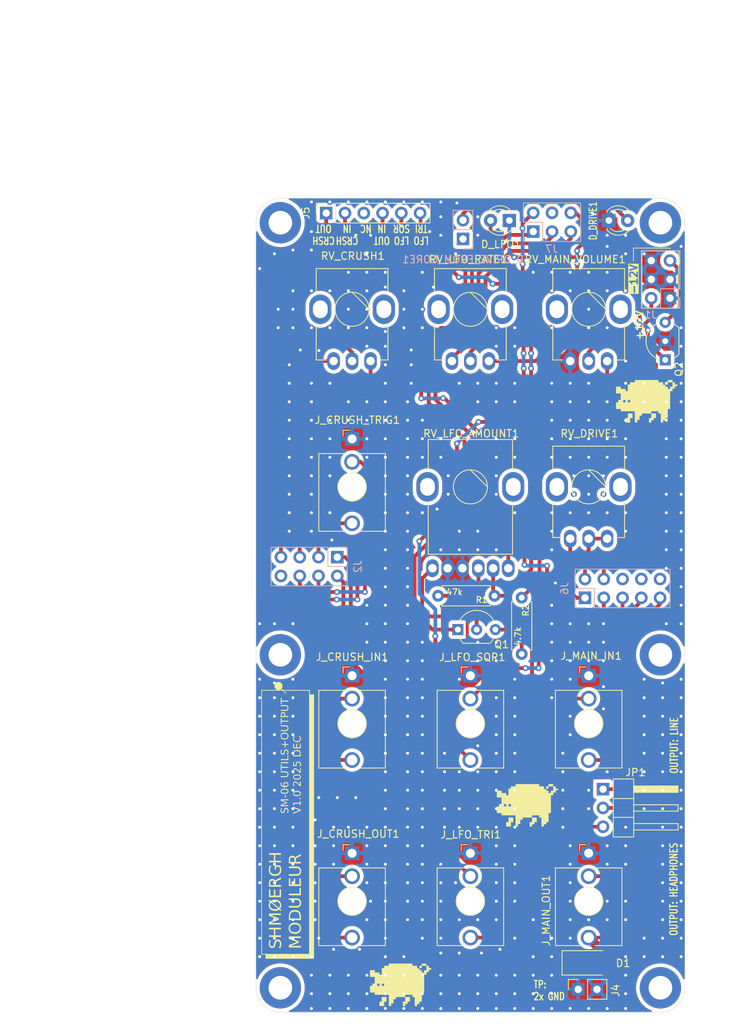
<source format=kicad_pcb>
(kicad_pcb (version 20241229) (generator "pcbnew") (generator_version "9.0")
  (layers (0 "F.Cu" signal) (2 "B.Cu" signal) (13 "F.Paste" user) (15 "B.Paste" user) (5 "F.SilkS" user "F.Silkscreen") (7 "B.SilkS" user "B.Silkscreen") (1 "F.Mask" user) (3 "B.Mask" user) (25 "Edge.Cuts" user))
  (net 0 "")
  (net 1 "DRIVE_LED_P")
  (net 2 "+12V")
  (net 3 "GND")
  (net 4 "-12V")
  (net 5 "Net-(D_LFO1-A)")
  (net 6 "RV_CRUSH_2")
  (net 7 "RV_CRUSH_1")
  (net 8 "CRUSH_OUT")
  (net 9 "CRUSH_IN")
  (net 10 "CRUSH_TRIG_DEFAULT")
  (net 12 "CRUSH_TRIG")
  (net 13 "RV_CRUSH_3")
  (net 14 "LFO_TRI")
  (net 15 "LFO_SQR")
  (net 17 "CRUSH_IN_DEFAULT")
  (net 18 "CRUSH_OUT_DEFAULT")
  (net 19 "LFO_SQR_DEFAULT")
  (net 20 "LFO_TRI_DEFAULT")
  (net 21 "OUTPUT_IN_DEFAULT")
  (net 22 "OUTPUT_LINE_OUT")
  (net 23 "OUTPUT_IN")
  (net 24 "OUTPUT_DRIVE_3")
  (net 25 "OUTPUT_DRIVE_1")
  (net 26 "OUTPUT_VOL_3")
  (net 28 "OUTPUT_PHONES_OUT")
  (net 29 "OUTPUT_VOL_2")
  (net 32 "OUTPUT_OUT")
  (net 33 "Net-(J_LFO_SQR1-PadT)")
  (net 34 "Net-(J_LFO_TRI1-PadT)")
  (net 35 "Net-(Q1-B)")
  (net 36 "Net-(Q1-C)")
  (net 38 "Net-(D_LFO1-K)")
  (net 39 "LFO_POT_3")
  (net 40 "LFO_POT_1")
  (net 42 "LFO_POT_2")
  (footprint "Shmoergh_Custom_Footprints:Jack_3.5mm_QingPu_WQP-PJ398SM_Vertical_CircularHoles" (layer "F.Cu") (at 153 139)
    (property "Reference" "J_LFO_TRI1")
    (property "Value" "PJ398SM")
  )
  (footprint "MountingHole:MountingHole_3.2mm_M3_DIN965_Pad" (layer "F.Cu") (at 178.7 105.7)
    (property "Reference" "H6")
    (property "Value" "MountingHole")
  )
  (footprint "Package_TO_SOT_THT:TO-92_Inline_Wide" (layer "F.Cu") (at 179.351 65.844 90)
    (property "Reference" "Q2")
    (property "Value" "2N3906")
  )
  (footprint "Shmoergh_Custom_Footprints:Potentiometer_Bourns_Single-PTV09A" (layer "F.Cu") (at 153 59)
    (property "Reference" "RV_LFO_RATE1")
    (property "Value" "A500k-1M")
  )
  (footprint "Package_TO_SOT_THT:TO-92_Inline_Wide" (layer "F.Cu") (at 151.305 102.293)
    (property "Reference" "Q1")
    (property "Value" "2N3904")
  )
  (footprint "Diode_SMD:D_SMA" (layer "F.Cu") (at 168.905141 147.3349)
    (property "Reference" "D1")
    (property "Value" "SMAJ5.0CA")
  )
  (footprint "Shmoergh_Custom_Footprints:Jack_3.5mm_QingPu_WQP-PJ398SM_Vertical_CircularHoles" (layer "F.Cu") (at 137 139)
    (property "Reference" "J_CRUSH_OUT1")
    (property "Value" "PJ398SM")
  )
  (footprint "LED_THT:LED_D3.0mm" (layer "F.Cu") (at 171.73 47)
    (property "Reference" "D_DRIVE1")
    (property "Value" "Red LED")
  )
  (footprint "Connector_PinSocket_2.54mm:PinSocket_1x06_P2.54mm_Vertical" (layer "F.Cu") (at 133.5 46 90)
    (property "Reference" "J5")
    (property "Value" "Conn_01x06")
  )
  (footprint "Shmoergh_Custom_Footprints:Potentiometer_Bourns_Single-PTV09A" (layer "F.Cu") (at 137 59)
    (property "Reference" "RV_CRUSH1")
    (property "Value" "A1M")
  )
  (footprint "Shmoergh_Custom_Footprints:Potentiometer_Bourns_Single-PTV09A" (layer "F.Cu") (at 169 59)
    (property "Reference" "RV_MAIN_VOLUME1")
    (property "Value" "A10k")
  )
  (footprint "Shmoergh_Logo:Gyeszno" (layer "F.Cu") (at 143.558 150.299)
    (property "Reference" "G***" (hide yes))
    (property "Value" "LOGO" (hide yes))
  )
  (footprint "MountingHole:MountingHole_3.2mm_M3_DIN965_Pad" (layer "F.Cu") (at 178.7 47.3)
    (property "Reference" "H2")
    (property "Value" "MountingHole")
  )
  (footprint "Shmoergh_Custom_Footprints:Potentiometer_Bourns_Dual-PTV112-4" (layer "F.Cu") (at 153 83)
    (property "Reference" "RV_LFO_AMOUNT1")
    (property "Value" "A20k")
  )
  (footprint "Shmoergh_Logo:Gyeszno" (layer "F.Cu") (at 160.703 126.042)
    (property "Reference" "G***" (hide yes))
    (property "Value" "LOGO" (hide yes))
  )
  (footprint "MountingHole:MountingHole_3.2mm_M3_DIN965_Pad" (layer "F.Cu") (at 178.7 150.7)
    (property "Reference" "H3")
    (property "Value" "MountingHole")
  )
  (footprint "Shmoergh_Custom_Footprints:Potentiometer_Bourns_Single-PTV09A" (layer "F.Cu") (at 169 83)
    (property "Reference" "RV_DRIVE1")
    (property "Value" "100k")
  )
  (footprint "Shmoergh_Custom_Footprints:Jack_3.5mm_QingPu_WQP-PJ398SM_Vertical_CircularHoles" (layer "F.Cu") (at 169 139)
    (property "Reference" "J_MAIN_OUT1")
    (property "Value" "PJ398SM")
  )
  (footprint "Connector_PinHeader_2.54mm:PinHeader_1x03_P2.54mm_Horizontal" (layer "F.Cu") (at 170.9392 123.8576)
    (property "Reference" "JP1")
    (property "Value" "Jumper_3_Open")
  )
  (footprint "MountingHole:MountingHole_3.2mm_M3_DIN965_Pad" (layer "F.Cu") (at 127.3 47.3)
    (property "Reference" "H1")
    (property "Value" "MountingHole")
  )
  (footprint "MountingHole:MountingHole_3.2mm_M3_DIN965_Pad" (layer "F.Cu") (at 127.3 150.7)
    (property "Reference" "H4")
    (property "Value" "MountingHole")
  )
  (footprint "Shmoergh_Custom_Footprints:R_Axial_DIN0207_L6.3mm_D2.5mm_P7.62mm_Horizontal" (layer "F.Cu") (at 159.941 97.975 -90)
    (property "Reference" "R2")
    (property "Value" "4.7k")
  )
  (footprint "Shmoergh_Custom_Footprints:Jack_3.5mm_QingPu_WQP-PJ398SM_Vertical_CircularHoles" (layer "F.Cu") (at 137 115)
    (property "Reference" "J_CRUSH_IN1")
    (property "Value" "PJ398SM")
  )
  (footprint "Shmoergh_Logo:Gyeszno" (layer "F.Cu") (at 176.832 71.432)
    (property "Reference" "G***" (hide yes))
    (property "Value" "LOGO" (hide yes))
  )
  (footprint "LED_THT:LED_D3.0mm" (layer "F.Cu") (at 158.27 47 180)
    (property "Reference" "D_LFO1")
    (property "Value" "Red LED")
  )
  (footprint "Connector_PinSocket_2.54mm:PinSocket_1x02_P2.54mm_Vertical" (layer "F.Cu") (at 167.581 150.909 90)
    (property "Reference" "J4")
    (property "Value" "Conn_01x02")
  )
  (footprint "Shmoergh_Custom_Footprints:Jack_3.5mm_QingPu_WQP-PJ398SM_Vertical_CircularHoles" (layer "F.Cu") (at 137 83)
    (property "Reference" "J_CRUSH_TRIG1")
    (property "Value" "PJ398SM")
  )
  (footprint "Shmoergh_Custom_Footprints:R_Axial_DIN0207_L6.3mm_D2.5mm_P7.62mm_Horizontal" (layer "F.Cu") (at 156.258 97.721 180)
    (property "Reference" "R1")
    (property "Value" "47k")
  )
  (footprint "MountingHole:MountingHole_3.2mm_M3_DIN965_Pad" (layer "F.Cu") (at 127.3 105.7)
    (property "Reference" "H5")
    (property "Value" "MountingHole")
  )
  (footprint "Shmoergh_Custom_Footprints:Jack_3.5mm_QingPu_WQP-PJ398SM_Vertical_CircularHoles" (layer "F.Cu") (at 169 115)
    (property "Reference" "J_MAIN_IN1")
    (property "Value" "PJ398SM")
  )
  (footprint "Shmoergh_Custom_Footprints:Jack_3.5mm_QingPu_WQP-PJ398SM_Vertical_CircularHoles" (layer "F.Cu") (at 153 115)
    (property "Reference" "J_LFO_SQR1")
    (property "Value" "PJ398SM")
  )
  (footprint "Connector_PinSocket_2.54mm:PinSocket_1x02_P2.54mm_Vertical" (layer "B.Cu") (at 152 49.5)
    (property "Reference" "D_DRIVE_FROM_CORE1")
    (property "Value" "Red LED")
  )
  (footprint "Connector_PinSocket_2.54mm:PinSocket_2x04_P2.54mm_Vertical" (layer "B.Cu") (at 135 92.5 90)
    (property "Reference" "J2")
    (property "Value" "Conn_02x04_Odd_Even")
  )
  (footprint "Connector_PinSocket_2.54mm:PinSocket_2x05_P2.54mm_Vertical" (layer "B.Cu") (at 168.5 98 -90)
    (property "Reference" "J6")
    (property "Value" "Conn_02x05_Odd_Even")
  )
  (footprint "Connector_PinSocket_2.54mm:PinSocket_2x03_P2.54mm_Vertical" (layer "B.Cu") (at 180 57.5)
    (property "Reference" "J1")
    (property "Value" "Conn_02x03_Odd_Even")
  )
  (footprint "Connector_PinSocket_2.54mm:PinSocket_2x03_P2.54mm_Vertical" (layer "B.Cu") (at 161.5 48.5 -90)
    (property "Reference" "J7")
    (property "Value" "Conn_02x03_Odd_Even")
  )
  (gr_line (start 180.007 50.731) (end 180.007 50.858) (stroke (width 0.1)) (layer "F.SilkS"))
  (gr_rect (start 176.197 51.112) (end 181.15 58.859) (stroke (width 0.1)) (fill no) (layer "F.SilkS"))
  (gr_rect (start 125.3355 146.235) (end 131.8085 146.726) (stroke (width 0.1)) (fill yes) (layer "F.SilkS"))
  (gr_line (start 128.048 110.913) (end 127.048 109.913) (stroke (width 0.1)) (layer "F.SilkS"))
  (gr_line (start 175.054 50.731) (end 180.007 50.731) (stroke (width 0.1)) (layer "F.SilkS"))
  (gr_rect (start 131.3085 111.098) (end 131.8085 146.235) (stroke (width 0.1)) (fill yes) (layer "F.SilkS"))
  (gr_rect (start 124.771 110.5) (end 131.239 146.1715) (stroke (width 0.1)) (fill no) (layer "F.SilkS"))
  (gr_line (start 175.054 52.509) (end 175.054 50.731) (stroke (width 0.1)) (layer "F.SilkS"))
  (gr_circle (center 127.048 109.913) (end 127.048 109.413) (stroke (width 0.1)) (fill yes) (layer "F.SilkS"))
  (gr_line (start 178.7 154) (end 127.3 154) (stroke (width 0.05)) (layer "Edge.Cuts"))
  (gr_arc (start 182 150.7) (mid 181.033452 153.033452) (end 178.7 154) (stroke (width 0.05)) (layer "Edge.Cuts"))
  (gr_line (start 182 47.3) (end 182 150.7) (stroke (width 0.05)) (layer "Edge.Cuts"))
  (gr_line (start 127.3 44) (end 178.7 44) (stroke (width 0.05)) (layer "Edge.Cuts"))
  (gr_line (start 124 150.7) (end 124 47.3) (stroke (width 0.05)) (layer "Edge.Cuts"))
  (gr_arc (start 124 47.3) (mid 124.966548 44.966548) (end 127.3 44) (stroke (width 0.05)) (layer "Edge.Cuts"))
  (gr_arc (start 127.3 154) (mid 124.966548 153.033452) (end 124 150.7) (stroke (width 0.05)) (layer "Edge.Cuts"))
  (gr_arc (start 178.7 44) (mid 181.033452 44.966548) (end 182 47.3) (stroke (width 0.05)) (layer "Edge.Cuts"))
  (gr_text "SHMØERGH \nMODULEUR" (at 130.35 145.473 90) (layer "F.SilkS") (effects (font (size 1.6 1.6) (thickness 0.1)) (justify left bottom)))
  (gr_text "NC" (at 138.859 47.5 180) (layer "F.SilkS") (effects (font (size 1 0.75) (thickness 0.17) (bold yes)) (justify bottom)))
  (gr_text "OUT\nIN" (at 141.018 47.5 180) (layer "F.SilkS") (effects (font (size 1 0.75) (thickness 0.17) (bold yes)) (justify bottom)))
  (gr_text "OUTPUT: HEADPHONES" (at 181.0892 130.995 90) (layer "F.SilkS") (effects (font (size 1 0.75) (thickness 0.17) (bold yes)) (justify right bottom)))
  (gr_text "-12V" (at 175.689 57.081 90) (layer "F.SilkS" knockout) (effects (font (size 1 1) (thickness 0.2) (bold yes)) (justify left bottom)))
  (gr_text "TP:\n2x GND" (at 161.465 152.458 0) (layer "F.SilkS") (effects (font (size 1 0.75) (thickness 0.17) (bold yes)) (justify left bottom)))
  (gr_text "LFO\nSQR" (at 143.685 47.5 180) (layer "F.SilkS") (effects (font (size 1 0.75) (thickness 0.17) (bold yes)) (justify bottom)))
  (gr_text "+12V" (at 176.451 63.304 90) (layer "F.SilkS") (effects (font (size 1 1) (thickness 0.2) (bold yes)) (justify left bottom)))
  (gr_text "CRSH\nIN" (at 136.319 47.5 180) (layer "F.SilkS") (effects (font (size 1 0.75) (thickness 0.17) (bold yes)) (justify bottom)))
  (gr_text "LFO\nTRI" (at 146.352 47.5 180) (layer "F.SilkS") (effects (font (size 1 0.75) (thickness 0.17) (bold yes)) (justify bottom)))
  (gr_text "OUTPUT: LINE" (at 181.15 121.851 90) (layer "F.SilkS") (effects (font (size 1 0.75) (thickness 0.17) (bold yes)) (justify left bottom)))
  (gr_text "SM-06 UTILS+OUTPUT\nV1.0 2025 DEC" (at 130.223 127.185 90) (layer "F.SilkS") (effects (font (size 1 1) (thickness 0.1)) (justify left bottom)))
  (gr_text "CRSH\nOUT" (at 133.144 47.5 180) (layer "F.SilkS") (effects (font (size 1 0.75) (thickness 0.17) (bold yes)) (justify bottom)))
  (via (at 171 84) (size 0.8) (drill 0.4) (layers "F.Cu" "B.Cu") (net 0))
  (via (at 167 84) (size 0.8) (drill 0.4) (layers "F.Cu" "B.Cu") (net 0))
  (segment (start 153.591 44.508) (end 152 46.099) (width 0.508) (layer "F.Cu") (net 1))
  (segment (start 152 46.099) (end 152 46.96) (width 0.508) (layer "F.Cu") (net 1))
  (segment (start 174.27 47) (end 171.778 44.508) (width 0.508) (layer "F.Cu") (net 1))
  (segment (start 171.778 44.508) (end 153.591 44.508) (width 0.508) (layer "F.Cu") (net 1))
  (segment (start 162.354 66.987) (end 162.354 95.562) (width 0.508) (layer "F.Cu") (net 2))
  (segment (start 175.181 62.415) (end 166.926 62.415) (width 0.508) (layer "F.Cu") (net 2))
  (segment (start 166.926 62.415) (end 162.354 66.987) (width 0.508) (layer "F.Cu") (net 2))
  (segment (start 177.46 57.5) (end 177.46 60.136) (width 0.508) (layer "F.Cu") (net 2))
  (segment (start 162.354 95.562) (end 159.941 97.975) (width 0.508) (layer "F.Cu") (net 2))
  (segment (start 177.46 60.136) (end 175.181 62.415) (width 0.508) (layer "F.Cu") (net 2))
  (via (at 144.5 141.5) (size 0.8) (drill 0.4) (layers "F.Cu" "B.Cu") (net 3))
  (via (at 144.5 74) (size 0.8) (drill 0.4) (layers "F.Cu" "B.Cu") (net 3))
  (via (at 179 139) (size 0.8) (drill 0.4) (layers "F.Cu" "B.Cu") (net 3))
  (via (at 136.5 44.5) (size 0.8) (drill 0.4) (layers "F.Cu" "B.Cu") (net 3))
  (via (at 164 86.5) (size 0.8) (drill 0.4) (layers "F.Cu" "B.Cu") (net 3))
  (via (at 129 146.5) (size 0.8) (drill 0.4) (layers "F.Cu" "B.Cu") (net 3))
  (via (at 156.5 124) (size 0.8) (drill 0.4) (layers "F.Cu" "B.Cu") (net 3))
  (via (at 124.5 136.5) (size 0.8) (drill 0.4) (layers "F.Cu" "B.Cu") (net 3))
  (via (at 146.5 139) (size 0.8) (drill 0.4) (layers "F.Cu" "B.Cu") (net 3))
  (via (at 127 61.5) (size 0.8) (drill 0.4) (layers "F.Cu" "B.Cu") (net 3))
  (via (at 146.5 54) (size 0.8) (drill 0.4) (layers "F.Cu" "B.Cu") (net 3))
  (via (at 154 153.5) (size 0.8) (drill 0.4) (layers "F.Cu" "B.Cu") (net 3))
  (via (at 124.5 119) (size 0.8) (drill 0.4) (layers "F.Cu" "B.Cu") (net 3))
  (via (at 141.5 96.5) (size 0.8) (drill 0.4) (layers "F.Cu" "B.Cu") (net 3))
  (via (at 166.5 134) (size 0.8) (drill 0.4) (layers "F.Cu" "B.Cu") (net 3))
  (via (at 141.5 119) (size 0.8) (drill 0.4) (layers "F.Cu" "B.Cu") (net 3))
  (via (at 139 64) (size 0.8) (drill 0.4) (layers "F.Cu" "B.Cu") (net 3))
  (via (at 181.5 71.5) (size 0.8) (drill 0.4) (layers "F.Cu" "B.Cu") (net 3))
  (via (at 124.5 124) (size 0.8) (drill 0.4) (layers "F.Cu" "B.Cu") (net 3))
  (via (at 176.5 69) (size 0.8) (drill 0.4) (layers "F.Cu" "B.Cu") (net 3))
  (via (at 181.5 129) (size 0.8) (drill 0.4) (layers "F.Cu" "B.Cu") (net 3))
  (via (at 141.5 144) (size 0.8) (drill 0.4) (layers "F.Cu" "B.Cu") (net 3))
  (via (at 146.5 129) (size 0.8) (drill 0.4) (layers "F.Cu" "B.Cu") (net 3))
  (via (at 179 124) (size 0.8) (drill 0.4) (layers "F.Cu" "B.Cu") (net 3))
  (via (at 156.5 106.5) (size 0.8) (drill 0.4) (layers "F.Cu" "B.Cu") (net 3))
  (via (at 181.5 89) (size 0.8) (drill 0.4) (layers "F.Cu" "B.Cu") (net 3))
  (via (at 139 141.5) (size 0.8) (drill 0.4) (layers "F.Cu" "B.Cu") (net 3))
  (via (at 134 74) (size 0.8) (drill 0.4) (layers "F.Cu" "B.Cu") (net 3))
  (via (at 139 149) (size 0.8) (drill 0.4) (layers "F.Cu" "B.Cu") (net 3))
  (via (at 126.5 139) (size 0.8) (drill 0.4) (layers "F.Cu" "B.Cu") (net 3))
  (via (at 129 126.5) (size 0.8) (drill 0.4) (layers "F.Cu" "B.Cu") (net 3))
  (via (at 164 101.5) (size 0.8) (drill 0.4) (layers "F.Cu" "B.Cu") (net 3))
  (via (at 131.5 149) (size 0.8) (drill 0.4) (layers "F.Cu" "B.Cu") (net 3))
  (via (at 146.5 149) (size 0.8) (drill 0.4) (layers "F.Cu" "B.Cu") (net 3))
  (via (at 144.5 84) (size 0.8) (drill 0.4) (layers "F.Cu" "B.Cu") (net 3))
  (via (at 136.5 151.5) (size 0.8) (drill 0.4) (layers "F.Cu" "B.Cu") (net 3))
  (via (at 126.5 126.5) (size 0.8) (drill 0.4) (layers "F.Cu" "B.Cu") (net 3))
  (via (at 129 101.5) (size 0.8) (drill 0.4) (layers "F.Cu" "B.Cu") (net 3))
  (via (at 141.5 149) (size 0.8) (drill 0.4) (layers "F.Cu" "B.Cu") (net 3))
  (via (at 144.5 76.5) (size 0.8) (drill 0.4) (layers "F.Cu" "B.Cu") (net 3))
  (via (at 141.5 134) (size 0.8) (drill 0.4) (layers "F.Cu" "B.Cu") (net 3))
  (via (at 179.5 69) (size 0.8) (drill 0.4) (layers "F.Cu" "B.Cu") (net 3))
  (via (at 139 59) (size 0.8) (drill 0.4) (layers "F.Cu" "B.Cu") (net 3))
  (via (at 176.5 111.5) (size 0.8) (drill 0.4) (layers "F.Cu" "B.Cu") (net 3))
  (via (at 139 51.5) (size 0.8) (drill 0.4) (layers "F.Cu" "B.Cu") (net 3))
  (via (at 166.5 153.5) (size 0.8) (drill 0.4) (layers "F.Cu" "B.Cu") (net 3))
  (via (at 141.5 111.5) (size 0.8) (drill 0.4) (layers "F.Cu" "B.Cu") (net 3))
  (via (at 179.5 89) (size 0.8) (drill 0.4) (layers "F.Cu" "B.Cu") (net 3))
  (via (at 166.5 76.5) (size 0.8) (drill 0.4) (layers "F.Cu" "B.Cu") (net 3))
  (via (at 169 81.5) (size 0.8) (drill 0.4) (layers "F.Cu" "B.Cu") (net 3))
  (via (at 144.5 89) (size 0.8) (drill 0.4) (layers "F.Cu" "B.Cu") (net 3))
  (via (at 179 141.5) (size 0.8) (drill 0.4) (layers "F.Cu" "B.Cu") (net 3))
  (via (at 154 106.5) (size 0.8) (drill 0.4) (layers "F.Cu" "B.Cu") (net 3))
  (via (at 156.5 121.5) (size 0.8) (drill 0.4) (layers "F.Cu" "B.Cu") (net 3))
  (via (at 179.5 74) (size 0.8) (drill 0.4) (layers "F.Cu" "B.Cu") (net 3))
  (via (at 159 116.5) (size 0.8) (drill 0.4) (layers "F.Cu" "B.Cu") (net 3))
  (via (at 159 134) (size 0.8) (drill 0.4) (layers "F.Cu" "B.Cu") (net 3))
  (via (at 144.5 119) (size 0.8) (drill 0.4) (layers "F.Cu" "B.Cu") (net 3))
  (via (at 166.5 79) (size 0.8) (drill 0.4) (layers "F.Cu" "B.Cu") (net 3))
  (via (at 161.5 149) (size 0.8) (drill 0.4) (layers "F.Cu" "B.Cu") (net 3))
  (via (at 144.5 116.5) (size 0.8) (drill 0.4) (layers "F.Cu" "B.Cu") (net 3))
  (via (at 129 129) (size 0.8) (drill 0.4) (layers "F.Cu" "B.Cu") (net 3))
  (via (at 166.5 136.5) (size 0.8) (drill 0.4) (layers "F.Cu" "B.Cu") (net 3))
  (via (at 129 59) (size 0.8) (drill 0.4) (layers "F.Cu" "B.Cu") (net 3))
  (via (at 144.5 134) (size 0.8) (drill 0.4) (layers "F.Cu" "B.Cu") (net 3))
  (via (at 169 69) (size 0.8) (drill 0.4) (layers "F.Cu" "B.Cu") (net 3))
  (via (at 146.5 116.5) (size 0.8) (drill 0.4) (layers "F.Cu" "B.Cu") (net 3))
  (via (at 149 136.5) (size 0.8) (drill 0.4) (layers "F.Cu" "B.Cu") (net 3))
  (via (at 174 151.5) (size 0.8) (drill 0.4) (layers "F.Cu" "B.Cu") (net 3))
  (via (at 126.5 124) (size 0.8) (drill 0.4) (layers "F.Cu" "B.Cu") (net 3))
  (via (at 159 149) (size 0.8) (drill 0.4) (layers "F.Cu" "B.Cu") (net 3))
  (via (at 149.5 126.5) (size 0.8) (drill 0.4) (layers "F.Cu" "B.Cu") (net 3))
  (via (at 159 61.5) (size 0.8) (drill 0.4) (layers "F.Cu" "B.Cu") (net 3))
  (via (at 151.5 91.5) (size 0.8) (drill 0.4) (layers "F.Cu" "B.Cu") (net 3))
  (via (at 132 134) (size 0.8) (drill 0.4) (layers "F.Cu" "B.Cu") (net 3))
  (via (at 129 114) (size 0.8) (drill 0.4) (layers "F.Cu" "B.Cu") (net 3))
  (via (at 144 149) (size 0.8) (drill 0.4) (layers "F.Cu" "B.Cu") (net 3))
  (via (at 144.5 136.5) (size 0.8) (drill 0.4) (layers "F.Cu" "B.Cu") (net 3))
  (via (at 144 56.5) (size 0.8) (drill 0.4) (layers "F.Cu" "B.Cu") (net 3))
  (via (at 179 116.5) (size 0.8) (drill 0.4) (layers "F.Cu" "B.Cu") (net 3))
  (via (at 144 61.5) (size 0.8) (drill 0.4) (layers "F.Cu" "B.Cu") (net 3))
  (via (at 139 44.5) (size 0.8) (drill 0.4) (layers "F.Cu" "B.Cu") (net 3))
  (via (at 144 146.5) (size 0.8) (drill 0.4) (layers "F.Cu" "B.Cu") (net 3))
  (via (at 136.5 74) (size 0.8) (drill 0.4) (layers "F.Cu" "B.Cu") (net 3))
  (via (at 166.5 114) (size 0.8) (drill 0.4) (layers "F.Cu" "B.Cu") (net 3))
  (via (at 164 61.5) (size 0.8) (drill 0.4) (layers "F.Cu" "B.Cu") (net 3))
  (via (at 164 54) (size 0.8) (drill 0.4) (layers "F.Cu" "B.Cu") (net 3))
  (via (at 171.5 131.5) (size 0.8) (drill 0.4) (layers "F.Cu" "B.Cu") (net 3))
  (via (at 150 81.5) (size 0.8) (drill 0.4) (layers "F.Cu" "B.Cu") (net 3))
  (via (at 181.5 61.5) (size 0.8) (drill 0.4) (layers "F.Cu" "B.Cu") (net 3))
  (via (at 141.5 104) (size 0.8) (drill 0.4) (layers "F.Cu" "B.Cu") (net 3))
  (via (at 146.5 126.5) (size 0.8) (drill 0.4) (layers "F.Cu" "B.Cu") (net 3))
  (via (at 156.5 149) (size 0.8) (drill 0.4) (layers "F.Cu" "B.Cu") (net 3))
  (via (at 134.5 145.5) (size 0.8) (drill 0.4) (layers "F.Cu" "B.Cu") (net 3))
  (via (at 146.5 76.5) (size 0.8) (drill 0.4) (layers "F.Cu" "B.Cu") (net 3))
  (via (at 154 124) (size 0.8) (drill 0.4) (layers "F.Cu" "B.Cu") (net 3))
  (via (at 151.5 69) (size 0.8) (drill 0.4) (layers "F.Cu" "B.Cu") (net 3))
  (via (at 174 139) (size 0.8) (drill 0.4) (layers "F.Cu" "B.Cu") (net 3))
  (via (at 171.5 86.5) (size 0.8) (drill 0.4) (layers "F.Cu" "B.Cu") (net 3))
  (via (at 171.5 141.5) (size 0.8) (drill 0.4) (layers "F.Cu" "B.Cu") (net 3))
  (via (at 131.5 44.5) (size 0.8) (drill 0.4) (layers "F.Cu" "B.Cu") (net 3))
  (via (at 164 104) (size 0.8) (drill 0.4) (layers "F.Cu" "B.Cu") (net 3))
  (via (at 144.5 126.5) (size 0.8) (drill 0.4) (layers "F.Cu" "B.Cu") (net 3))
  (via (at 169 79) (size 0.8) (drill 0.4) (layers "F.Cu" "B.Cu") (net 3))
  (via (at 179 136.5) (size 0.8) (drill 0.4) (layers "F.Cu" "B.Cu") (net 3))
  (via (at 149.5 124) (size 0.8) (drill 0.4) (layers "F.Cu" "B.Cu") (net 3))
  (via (at 128.5 76.5) (size 0.8) (drill 0.4) (layers "F.Cu" "B.Cu") (net 3))
  (via (at 131.5 74) (size 0.8) (drill 0.4) (layers "F.Cu" "B.Cu") (net 3))
  (via (at 166.5 56.5) (size 0.8) (drill 0.4) (layers "F.Cu" "B.Cu") (net 3))
  (via (at 151.5 129) (size 0.8) (drill 0.4) (layers "F.Cu" "B.Cu") (net 3))
  (via (at 144.5 99) (size 0.8) (drill 0.4) (layers "F.Cu" "B.Cu") (net 3))
  (via (at 164 74) (size 0.8) (drill 0.4) (layers "F.Cu" "B.Cu") (net 3))
  (via (at 169 141.5) (size 0.8) (drill 0.4) (layers "F.Cu" "B.Cu") (net 3))
  (via (at 144.5 114) (size 0.8) (drill 0.4) (layers "F.Cu" "B.Cu") (net 3))
  (via (at 139 71.5) (size 0.8) (drill 0.4) (layers "F.Cu" "B.Cu") (net 3))
  (via (at 141.5 74) (size 0.8) (drill 0.4) (layers "F.Cu" "B.Cu") (net 3))
  (via (at 174 89) (size 0.8) (drill 0.4) (layers "F.Cu" "B.Cu") (net 3))
  (via (at 169 54) (size 0.8) (drill 0.4) (layers "F.Cu" "B.Cu") (net 3))
  (via (at 124.5 121.5) (size 0.8) (drill 0.4) (layers "F.Cu" "B.Cu") (net 3))
  (via (at 129 131.5) (size 0.8) (drill 0.4) (layers "F.Cu" "B.Cu") (net 3))
  (via (at 164 89) (size 0.8) (drill 0.4) (layers "F.Cu" "B.Cu") (net 3))
  (via (at 144 44.5) (size 0.8) (drill 0.4) (layers "F.Cu" "B.Cu") (net 3))
  (via (at 139 74) (size 0.8) (drill 0.4) (layers "F.Cu" "B.Cu") (net 3))
  (via (at 151 136.5) (size 0.8) (drill 0.4) (layers "F.Cu" "B.Cu") (net 3))
  (via (at 156.5 134) (size 0.8) (drill 0.4) (layers "F.Cu" "B.Cu") (net 3))
  (via (at 134 69) (size 0.8) (drill 0.4) (layers "F.Cu" "B.Cu") (net 3))
  (via (at 124.5 144) (size 0.8) (drill 0.4) (layers "F.Cu" "B.Cu") (net 3))
  (via (at 159 139) (size 0.8) (drill 0.4) (layers "F.Cu" "B.Cu") (net 3))
  (via (at 174 69) (size 0.8) (drill 0.4) (layers "F.Cu" "B.Cu") (net 3))
  (via (at 181.5 91.5) (size 0.8) (drill 0.4) (layers "F.Cu" "B.Cu") (net 3))
  (via (at 141.5 62) (size 0.8) (drill 0.4) (layers "F.Cu" "B.Cu") (net 3))
  (via (at 159 144) (size 0.8) (drill 0.4) (layers "F.Cu" "B.Cu") (net 3))
  (via (at 171.5 56.5) (size 0.8) (drill 0.4) (layers "F.Cu" "B.Cu") (net 3))
  (via (at 166.5 86.5) (size 0.8) (drill 0.4) (layers "F.Cu" "B.Cu") (net 3))
  (via (at 151.5 149) (size 0.8) (drill 0.4) (layers "F.Cu" "B.Cu") (net 3))
  (via (at 134 151.5) (size 0.8) (drill 0.4) (layers "F.Cu" "B.Cu") (net 3))
  (via (at 171.5 49) (size 0.8) (drill 0.4) (layers "F.Cu" "B.Cu") (net 3))
  (via (at 151.5 124) (size 0.8) (drill 0.4) (layers "F.Cu" "B.Cu") (net 3))
  (via (at 144.5 81.5) (size 0.8) (drill 0.4) (layers "F.Cu" "B.Cu") (net 3))
  (via (at 176.5 71.5) (size 0.8) (drill 0.4) (layers "F.Cu" "B.Cu") (net 3))
  (via (at 174 86.5) (size 0.8) (drill 0.4) (layers "F.Cu" "B.Cu") (net 3))
  (via (at 164 149) (size 0.8) (drill 0.4) (layers "F.Cu" "B.Cu") (net 3))
  (via (at 129 141.5) (size 0.8) (drill 0.4) (layers "F.Cu" "B.Cu") (net 3))
  (via (at 159 114) (size 0.8) (drill 0.4) (layers "F.Cu" "B.Cu") (net 3))
  (via (at 171.5 134) (size 0.8) (drill 0.4) (layers "F.Cu" "B.Cu") (net 3))
  (via (at 164 91.5) (size 0.8) (drill 0.4) (layers "F.Cu" "B.Cu") (net 3))
  (via (at 156.5 61.5) (size 0.8) (drill 0.4) (layers "F.Cu" "B.Cu") (net 3))
  (via (at 141.5 99) (size 0.8) (drill 0.4) (layers "F.Cu" "B.Cu") (net 3))
  (via (at 181.5 84) (size 0.8) (drill 0.4) (layers "F.Cu" "B.Cu") (net 3))
  (via (at 139 136.5) (size 0.8) (drill 0.4) (layers "F.Cu" "B.Cu") (net 3))
  (via (at 156.5 139) (size 0.8) (drill 0.4) (layers "F.Cu" "B.Cu") (net 3))
  (via (at 128.5 86.5) (size 0.8) (drill 0.4) (layers "F.Cu" "B.Cu") (net 3))
  (via (at 156.5 136.5) (size 0.8) (drill 0.4) (layers "F.Cu" "B.Cu") (net 3))
  (via (at 181.5 109) (size 0.8) (drill 0.4) (layers "F.Cu" "B.Cu") (net 3))
  (via (at 149 139) (size 0.8) (drill 0.4) (layers "F.Cu" "B.Cu") (net 3))
  (via (at 141.5 56) (size 0.8) (drill 0.4) (layers "F.Cu" "B.Cu") (net 3))
  (via (at 156.5 69) (size 0.8) (drill 0.4) (layers "F.Cu" "B.Cu") (net 3))
  (via (at 176.5 146.5) (size 0.8) (drill 0.4) (layers "F.Cu" "B.Cu") (net 3))
  (via (at 126.5 136.5) (size 0.8) (drill 0.4) (layers "F.Cu" "B.Cu") (net 3))
  (via (at 139 134) (size 0.8) (drill 0.4) (layers "F.Cu" "B.Cu") (net 3))
  (via (at 141.5 86.5) (size 0.8) (drill 0.4) (layers "F.Cu" "B.Cu") (net 3))
  (via (at 148 56) (size 0.8) (drill 0.4) (layers "F.Cu" "B.Cu") (net 3))
  (via (at 129 121.5) (size 0.8) (drill 0.4) (layers "F.Cu" "B.Cu") (net 3))
  (via (at 174 66) (size 0.8) (drill 0.4) (layers "F.Cu" "B.Cu") (net 3))
  (via (at 181.5 81.5) (size 0.8) (drill 0.4) (layers "F.Cu" "B.Cu") (net 3))
  (via (at 176.5 114) (size 0.8) (drill 0.4) (layers "F.Cu" "B.Cu") (net 3))
  (via (at 141.5 106.5) (size 0.8) (drill 0.4) (layers "F.Cu" "B.Cu") (net 3))
  (via (at 129 124) (size 0.8) (drill 0.4) (layers "F.Cu" "B.Cu") (net 3))
  (via (at 146.5 59) (size 0.8) (drill 0.4) (layers "F.Cu" "B.Cu") (net 3))
  (via (at 156.5 79) (size 0.8) (drill 0.4) (layers "F.Cu" "B.Cu") (net 3))
  (via (at 171.5 74) (size 0.8) (drill 0.4) (layers "F.Cu" "B.Cu") (net 3))
  (via (at 131.5 71.5) (size 0.8) (drill 0.4) (layers "F.Cu" "B.Cu") (net 3))
  (via (at 154 121.5) (size 0.8) (drill 0.4) (layers "F.Cu" "B.Cu") (net 3))
  (via (at 179 134) (size 0.8) (drill 0.4) (layers "F.Cu" "B.Cu") (net 3))
  (via (at 179.5 76.5) (size 0.8) (drill 0.4) (layers "F.Cu" "B.Cu") (net 3))
  (via (at 166.5 104) (size 0.8) (drill 0.4) (layers "F.Cu" "B.Cu") (net 3))
  (via (at 134 76.5) (size 0.8) (drill 0.4) (layers "F.Cu" "B.Cu") (net 3))
  (via (at 129 61.5) (size 0.8) (drill 0.4) (layers "F.Cu" "B.Cu") (net 3))
  (via (at 159 71.5) (size 0.8) (drill 0.4) (layers "F.Cu" "B.Cu") (net 3))
  (via (at 146.5 124) (size 0.8) (drill 0.4) (layers "F.Cu" "B.Cu") (net 3))
  (via (at 166.5 139) (size 0.8) (drill 0.4) (layers "F.Cu" "B.Cu") (net 3))
  (via (at 139 54) (size 0.8) (drill 0.4) (layers "F.Cu" "B.Cu") (net 3))
  (via (at 144 59) (size 0.8) (drill 0.4) (layers "F.Cu" "B.Cu") (net 3))
  (via (at 139 76.5) (size 0.8) (drill 0.4) (layers "F.Cu" "B.Cu") (net 3))
  (via (at 181.5 121.5) (size 0.8) (drill 0.4) (layers "F.Cu" "B.Cu") (net 3))
  (via (at 141.5 116.5) (size 0.8) (drill 0.4) (layers "F.Cu" "B.Cu") (net 3))
  (via (at 149 146) (size 0.8) (drill 0.4) (layers "F.Cu" "B.Cu") (net 3))
  (via (at 171 81.5) (size 0.8) (drill 0.4) (layers "F.Cu" "B.Cu") (net 3))
  (via (at 141.5 81.5) (size 0.8) (drill 0.4) (layers "F.Cu" "B.Cu") (net 3))
  (via (at 131.5 151.5) (size 0.8) (drill 0.4) (layers "F.Cu" "B.Cu") (net 3))
  (via (at 131.5 146.5) (size 0.8) (drill 0.4) (layers "F.Cu" "B.Cu") (net 3))
  (via (at 141.5 151.5) (size 0.8) (drill 0.4) (layers "F.Cu" "B.Cu") (net 3))
  (via (at 136.5 71.5) (size 0.8) (drill 0.4) (layers "F.Cu" "B.Cu") (net 3))
  (via (at 149 46.5) (size 0.8) (drill 0.4) (layers "F.Cu" "B.Cu") (net 3))
  (via (at 129 139) (size 0.8) (drill 0.4) (layers "F.Cu" "B.Cu") (net 3))
  (via (at 134.5 129) (size 0.8) (drill 0.4) (layers "F.Cu" "B.Cu") (net 3))
  (via (at 129 56.5) (size 0.8) (drill 0.4) (layers "F.Cu" "B.Cu") (net 3))
  (via (at 146.5 109) (size 0.8) (drill 0.4) (layers "F.Cu" "B.Cu") (net 3))
  (via (at 176.5 126.5) (size 0.8) (drill 0.4) (layers "F.Cu" "B.Cu") (net 3))
  (via (at 166.5 74) (size 0.8) (drill 0.4) (layers "F.Cu" "B.Cu") (net 3))
  (via (at 139 151.5) (size 0.8) (drill 0.4) (layers "F.Cu" "B.Cu") (net 3))
  (via (at 132 139) (size 0.8) (drill 0.4) (layers "F.Cu" "B.Cu") (net 3))
  (via (at 146.5 44.5) (size 0.8) (drill 0.4) (layers "F.Cu" "B.Cu") (net 3))
  (via (at 169 71.5) (size 0.8) (drill 0.4) (layers "F.Cu" "B.Cu") (net 3))
  (via (at 141.5 91.5) (size 0.8) (drill 0.4) (layers "F.Cu" "B.Cu") (net 3))
  (via (at 144.5 109) (size 0.8) (drill 0.4) (layers "F.Cu" "B.Cu") (net 3))
  (via (at 124.5 134) (size 0.8) (drill 0.4) (layers "F.Cu" "B.Cu") (net 3))
  (via (at 134 79) (size 0.8) (drill 0.4) (layers "F.Cu" "B.Cu") (net 3))
  (via (at 181.5 124) (size 0.8) (drill 0.4) (layers "F.Cu" "B.Cu") (net 3))
  (via (at 169 84) (size 0.8) (drill 0.4) (layers "F.Cu" "B.Cu") (net 3))
  (via (at 169 153.5) (size 0.8) (drill 0.4) (layers "F.Cu" "B.Cu") (net 3))
  (via (at 159 151.5) (size 0.8) (drill 0.4) (layers "F.Cu" "B.Cu") (net 3))
  (via (at 146.5 121.5) (size 0.8) (drill 0.4) (layers "F.Cu" "B.Cu") (net 3))
  (via (at 159 119) (size 0.8) (drill 0.4) (layers "F.Cu" "B.Cu") (net 3))
  (via (at 131.5 153.5) (size 0.8) (drill 0.4) (layers "F.Cu" "B.Cu") (net 3))
  (via (at 151.5 126.5) (size 0.8) (drill 0.4) (layers "F.Cu" "B.Cu") (net 3))
  (via (at 139 104) (size 0.8) (drill 0.4) (layers "F.Cu" "B.Cu") (net 3))
  (via (at 131.5 79) (size 0.8) (drill 0.4) (layers "F.Cu" "B.Cu") (net 3))
  (via (at 128.5 71.5) (size 0.8) (drill 0.4) (layers "F.Cu" "B.Cu") (net 3))
  (via (at 156.5 153.5) (size 0.8) (drill 0.4) (layers "F.Cu" "B.Cu") (net 3))
  (via (at 146.5 86.5) (size 0.8) (drill 0.4) (layers "F.Cu" "B.Cu") (net 3))
  (via (at 159 111.5) (size 0.8) (drill 0.4) (layers "F.Cu" "B.Cu") (net 3))
  (via (at 171.5 71.5) (size 0.8) (drill 0.4) (layers "F.Cu" "B.Cu") (net 3))
  (via (at 156.5 71.5) (size 0.8) (drill 0.4) (layers "F.Cu" "B.Cu") (net 3))
  (via (at 154 69) (size 0.8) (drill 0.4) (layers "F.Cu" "B.Cu") (net 3))
  (via (at 174 49) (size 0.8) (drill 0.4) (layers "F.Cu" "B.Cu") (net 3))
  (via (at 161.5 151.5) (size 0.8) (drill 0.4) (layers "F.Cu" "B.Cu") (net 3))
  (via (at 171 113) (size 0.8) (drill 0.4) (layers "F.Cu" "B.Cu") (net 3))
  (via (at 154 126.5) (size 0.8) (drill 0.4) (layers "F.Cu" "B.Cu") (net 3))
  (via (at 146.5 131.5) (size 0.8) (drill 0.4) (layers "F.Cu" "B.Cu") (net 3))
  (via (at 139 56.5) (size 0.8) (drill 0.4) (layers "F.Cu" "B.Cu") (net 3))
  (via (at 149.5 129) (size 0.8) (drill 0.4) (layers "F.Cu" "B.Cu") (net 3))
  (via (at 126.5 114) (size 0.8) (drill 0.4) (layers "F.Cu" "B.Cu") (net 3))
  (via (at 132.5 125) (size 0.8) (drill 0.4) (layers "F.Cu" "B.Cu") (net 3))
  (via (at 174 51.5) (size 0.8) (drill 0.4) (layers "F.Cu" "B.Cu") (net 3))
  (via (at 132 128) (size 0.8) (drill 0.4) (layers "F.Cu" "B.Cu") (net 3))
  (via (at 131.5 84) (size 0.8) (drill 0.4) (layers "F.Cu" "B.Cu") (net 3))
  (via (at 126.5 144) (size 0.8) (drill 0.4) (layers "F.Cu" "B.Cu") (net 3))
  (via (at 126.5 129) (size 0.8) (drill 0.4) (layers "F.Cu" "B.Cu") (net 3))
  (via (at 146.5 74) (size 0.8) (drill 0.4) (layers "F.Cu" "B.Cu") (net 3))
  (via (at 171 106.5) (size 0.8) (drill 0.4) (layers "F.Cu" "B.Cu") (net 3))
  (via (at 144.5 94) (size 0.8) (drill 0.4) (layers "F.Cu" "B.Cu") (net 3))
  (via (at 179.5 94) (size 0.8) (drill 0.4) (layers "F.Cu" "B.Cu") (net 3))
  (via (at 129 134) (size 0.8) (drill 0.4) (layers "F.Cu" "B.Cu") (net 3))
  (via (at 171.5 153.5) (size 0.8) (drill 0.4) (layers "F.Cu" "B.Cu") (net 3))
  (via (at 127 59) (size 0.8) (drill 0.4) (layers "F.Cu" "B.Cu") (net 3))
  (via (at 179 144) (size 0.8) (drill 0.4) (layers "F.Cu" "B.Cu") (net 3))
  (via (at 136.5 59) (size 0.8) (drill 0.4) (layers "F.Cu" "B.Cu") (net 3))
  (via (at 151.5 146) (size 0.8) (drill 0.4) (layers "F.Cu" "B.Cu") (net 3))
  (via (at 176.5 144) (size 0.8) (drill 0.4) (layers "F.Cu" "B.Cu") (net 3))
  (via (at 164 151.5) (size 0.8) (drill 0.4) (layers "F.Cu" "B.Cu") (net 3))
  (via (at 144.5 91.5) (size 0.8) (drill 0.4) (layers "F.Cu" "B.Cu") (net 3))
  (via (at 154 104) (size 0.8) (drill 0.4) (layers "F.Cu" "B.Cu") (net 3))
  (via (at 154.5 146) (size 0.8) (drill 0.4) (layers "F.Cu" "B.Cu") (net 3))
  (via (at 149 79) (size 0.8) (drill 0.4) (layers "F.Cu" "B.Cu") (net 3))
  (via (at 141.5 146.5) (size 0.8) (drill 0.4) (layers "F.Cu" "B.Cu") (net 3))
  (via (at 174 76.5) (size 0.8) (drill 0.4) (layers "F.Cu" "B.Cu") (net 3))
  (via (at 126.5 119) (size 0.8) (drill 0.4) (layers "F.Cu" "B.Cu") (net 3))
  (via (at 151.5 151.5) (size 0.8) (drill 0.4) (layers "F.Cu" "B.Cu") (net 3))
  (via (at 129 136.5) (size 0.8) (drill 0.4) (layers "F.Cu" "B.Cu") (net 3))
  (via (at 154 129) (size 0.8) (drill 0.4) (layers "F.Cu" "B.Cu") (net 3))
  (via (at 139 131.5) (size 0.8) (drill 0.4) (layers "F.Cu" "B.Cu") (net 3))
  (via (at 156.5 131.5) (size 0.8) (drill 0.4) (layers "F.Cu" "B.Cu") (net 3))
  (via (at 126.5 116.5) (size 0.8) (drill 0.4) (layers "F.Cu" "B.Cu") (net 3))
  (via (at 124.5 141.5) (size 0.8) (drill 0.4) (layers "F.Cu" "B.Cu") (net 3))
  (via (at 161.5 146.5) (size 0.8) (drill 0.4) (layers "F.Cu" "B.Cu") (net 3))
  (via (at 134 153.5) (size 0.8) (drill 0.4) (layers "F.Cu" "B.Cu") (net 3))
  (via (at 156.5 111.5) (size 0.8) (drill 0.4) (layers "F.Cu" "B.Cu") (net 3))
  (via (at 156.5 151.5) (size 0.8) (drill 0.4) (layers "F.Cu" "B.Cu") (net 3))
  (via (at 164 69) (size 0.8) (drill 0.4) (layers "F.Cu" "B.Cu") (net 3))
  (via (at 171.5 139) (size 0.8) (drill 0.4) (layers "F.Cu" "B.Cu") (net 3))
  (via (at 146.5 134) (size 0.8) (drill 0.4) (layers "F.Cu" "B.Cu") (net 3))
  (via (at 126.5 111.5) (size 0.8) (drill 0.4) (layers "F.Cu" "B.Cu") (net 3))
  (via (at 124.5 131.5) (size 0.8) (drill 0.4) (layers "F.Cu" "B.Cu") (net 3))
  (via (at 146.5 111.5) (size 0.8) (drill 0.4) (layers "F.Cu" "B.Cu") (net 3))
  (via (at 164.5 96) (size 0.8) (drill 0.4) (layers "F.Cu" "B.Cu") (net 3))
  (via (at 141.5 136.5) (size 0.8) (drill 0.4) (layers "F.Cu" "B.Cu") (net 3))
  (via (at 169.5 46) (size 0.8) (drill 0.4) (layers "F.Cu" "B.Cu") (net 3))
  (via (at 181.5 64) (size 0.8) (drill 0.4) (layers "F.Cu" "B.Cu") (net 3))
  (via (at 165.5 126.5) (size 0.8) (drill 0.4) (layers "F.Cu" "B.Cu") (net 3))
  (via (at 164 109) (size 0.8) (drill 0.4) (layers "F.Cu" "B.Cu") (net 3))
  (via (at 141.5 76.5) (size 0.8) (drill 0.4) (layers "F.Cu" "B.Cu") (net 3))
  (via (at 164 111.5) (size 0.8) (drill 0.4) (layers "F.Cu" "B.Cu") (net 3))
  (via (at 132 141.5) (size 0.8) (drill 0.4) (layers "F.Cu" "B.Cu") (net 3))
  (via (at 181.5 139) (size 0.8) (drill 0.4) (layers "F.Cu" "B.Cu") (net 3))
  (via (at 146.5 61.5) (size 0.8) (drill 0.4) (layers "F.Cu" "B.Cu") (net 3))
  (via (at 174 149) (size 0.8) (drill 0.4) (layers "F.Cu" "B.Cu") (net 3))
  (via (at 149 149) (size 0.8) (drill 0.4) (layers "F.Cu" "B.Cu") (net 3))
  (via (at 179.5 86.5) (size 0.8) (drill 0.4) (layers "F.Cu" "B.Cu") (net 3))
  (via (at 181.5 144) (size 0.8) (drill 0.4) (layers "F.Cu" "B.Cu") (net 3))
  (via (at 149.5 119) (size 0.8) (drill 0.4) (layers "F.Cu" "B.Cu") (net 3))
  (via (at 126.5 134) (size 0.8) (drill 0.4) (layers "F.Cu" "B.Cu") (net 3))
  (via (at 181.5 146.5) (size 0.8) (drill 0.4) (layers "F.Cu" "B.Cu") (net 3))
  (via (at 149 76.5) (size 0.8) (drill 0.4) (layers "F.Cu" "B.Cu") (net 3))
  (via (at 149 49) (size 0.8) (drill 0.4) (layers "F.Cu" "B.Cu") (net 3))
  (via (at 181.5 76.5) (size 0.8) (drill 0.4) (layers "F.Cu" "B.Cu") (net 3))
  (via (at 126.5 109.5) (size 0.8) (drill 0.4) (layers "F.Cu" "B.Cu") (net 3))
  (via (at 144.5 79) (size 0.8) (drill 0.4) (layers "F.Cu" "B.Cu") (net 3))
  (via (at 126.5 131.5) (size 0.8) (drill 0.4) (layers "F.Cu" "B.Cu") (net 3))
  (via (at 145 66.5) (size 0.8) (drill 0.4) (layers "F.Cu" "B.Cu") (net 3))
  (via (at 159 76.5) (size 0.8) (drill 0.4) (layers "F.Cu" "B.Cu") (net 3))
  (via (at 141.5 44.5) (size 0.8) (drill 0.4) (layers "F.Cu" "B.Cu") (net 3))
  (via (at 164 99) (size 0.8) (drill 0.4) (layers "F.Cu" "B.Cu") (net 3))
  (via (at 169 86.5) (size 0.8) (drill 0.4) (layers "F.Cu" "B.Cu") (net 3))
  (via (at 129 109) (size 0.8) (drill 0.4) (layers "F.Cu" "B.Cu") (net 3))
  (via (at 181.5 111.5) (size 0.8) (drill 0.4) (layers "F.Cu" "B.Cu") (net 3))
  (via (at 166.5 141.5) (size 0.8) (drill 0.4) (layers "F.Cu" "B.Cu") (net 3))
  (via (at 148.5 86) (size 0.8) (drill 0.4) (layers "F.Cu" "B.Cu") (net 3))
  (via (at 169 61.5) (size 0.8) (drill 0.4) (layers "F.Cu" "B.Cu") (net 3))
  (via (at 144.5 106.5) (size 0.8) (drill 0.4) (layers "F.Cu" "B.Cu") (net 3))
  (via (at 139 153.5) (size 0.8) (drill 0.4) (layers "F.Cu" "B.Cu") (net 3))
  (via (at 181.5 101.5) (size 0.8) (drill 0.4) (layers "F.Cu" "B.Cu") (net 3))
  (via (at 141.5 141.5) (size 0.8) (drill 0.4) (layers "F.Cu" "B.Cu") (net 3))
  (via (at 131.5 89) (size 0.8) (drill 0.4) (layers "F.Cu" "B.Cu") (net 3))
  (via (at 156.5 126.5) (size 0.8) (drill 0.4) (layers "F.Cu" "B.Cu") (net 3))
  (via (at 129 116.5) (size 0.8) (drill 0.4) (layers "F.Cu" "B.Cu") (net 3))
  (via (at 176.5 109) (size 0.8) (drill 0.4) (layers "F.Cu" "B.Cu") (net 3))
  (via (at 179.5 71.5) (size 0.8) (drill 0.4) (layers "F.Cu" "B.Cu") (net 3))
  (via (at 144.5 139) (size 0.8) (drill 0.4) (layers "F.Cu" "B.Cu") (net 3))
  (via (at 141.5 153.5) (size 0.8) (drill 0.4) (layers "F.Cu" "B.Cu") (net 3))
  (via (at 124.5 53.5) (size 0.8) (drill 0.4) (layers "F.Cu" "B.Cu") (net 3))
  (via (at 181.5 94) (size 0.8) (drill 0.4) (layers "F.Cu" "B.Cu") (net 3))
  (via (at 181.5 69) (size 0.8) (drill 0.4) (layers "F.Cu" "B.Cu") (net 3))
  (via (at 128.5 66.5) (size 0.8) (drill 0.4) (layers "F.Cu" "B.Cu") (net 3))
  (via (at 136.5 149) (size 0.8) (drill 0.4) (layers "F.Cu" "B.Cu") (net 3))
  (via (at 151.5 121.5) (size 0.8) (drill 0.4) (layers "F.Cu" "B.Cu") (net 3))
  (via (at 132 131.5) (size 0.8) (drill 0.4) (layers "F.Cu" "B.Cu") (net 3))
  (via (at 151.178 44.635) (size 0.8) (drill 0.4) (layers "F.Cu" "B.Cu") (net 3))
  (via (at 151.5 89) (size 0.8) (drill 0.4) (layers "F.Cu" "B.Cu") (net 3))
  (via (at 166.5 101.5) (size 0.8) (drill 0.4) (layers "F.Cu" "B.Cu") (net 3))
  (via (at 171.5 54) (size 0.8) (drill 0.4) (layers "F.Cu" "B.Cu") (net 3))
  (via (at 161.5 54) (size 0.8) (drill 0.4) (layers "F.Cu" "B.Cu") (net 3))
  (via (at 144.5 124) (size 0.8) (drill 0.4) (layers "F.Cu" "B.Cu") (net 3))
  (via (at 166.5 109) (size 0.8) (drill 0.4) (layers "F.Cu" "B.Cu") (net 3))
  (via (at 139 99) (size 0.8) (drill 0.4) (layers "F.Cu" "B.Cu") (net 3))
  (via (at 144.5 131.5) (size 0.8) (drill 0.4) (layers "F.Cu" "B.Cu") (net 3))
  (via (at 141.5 129) (size 0.8) (drill 0.4) (layers "F.Cu" "B.Cu") (net 3))
  (via (at 154 149) (size 0.8) (drill 0.4) (layers "F.Cu" "B.Cu") (net 3))
  (via (at 136.5 61.5) (size 0.8) (drill 0.4) (layers "F.Cu" "B.Cu") (net 3))
  (via (at 144 151.5) (size 0.8) (drill 0.4) (layers "F.Cu" "B.Cu") (net 3))
  (via (at 179.5 79) (size 0.8) (drill 0.4) (layers "F.Cu" "B.Cu") (net 3))
  (via (at 181.5 136.5) (size 0.8) (drill 0.4) (layers "F.Cu" "B.Cu") (net 3))
  (via (at 181.5 96.5) (size 0.8) (drill 0.4) (layers "F.Cu" "B.Cu") (net 3))
  (via (at 141.5 131.5) (size 0.8) (drill 0.4) (layers "F.Cu" "B.Cu") (net 3))
  (via (at 164 76.5) (size 0.8) (drill 0.4) (layers "F.Cu" "B.Cu") (net 3))
  (via (at 159 121.5) (size 0.8) (drill 0.4) (layers "F.Cu" "B.Cu") (net 3))
  (via (at 141.5 94) (size 0.8) (drill 0.4) (layers "F.Cu" "B.Cu") (net 3))
  (via (at 179 121.5) (size 0.8) (drill 0.4) (layers "F.Cu" "B.Cu") (net 3))
  (via (at 165.5 124) (size 0.8) (drill 0.4) (layers "F.Cu" "B.Cu") (net 3))
  (via (at 131.5 61.5) (size 0.8) (drill 0.4) (layers "F.Cu" "B.Cu") (net 3))
  (via (at 124.5 111.5) (size 0.8) (drill 0.4) (layers "F.Cu" "B.Cu") (net 3))
  (via (at 176.5 121.5) (size 0.8) (drill 0.4) (layers "F.Cu" "B.Cu") (net 3))
  (via (at 141.5 66.5) (size 0.8) (drill 0.4) (layers "F.Cu" "B.Cu") (net 3))
  (via (at 151.5 109) (size 0.8) (drill 0.4) (layers "F.Cu" "B.Cu") (net 3))
  (via (at 134 61.5) (size 0.8) (drill 0.4) (layers "F.Cu" "B.Cu") (net 3))
  (via (at 159 126.5) (size 0.8) (drill 0.4) (layers "F.Cu" "B.Cu") (net 3))
  (via (at 181.5 126.5) (size 0.8) (drill 0.4) (layers "F.Cu" "B.Cu") (net 3))
  (via (at 126.5 146.5) (size 0.8) (drill 0.4) (layers "F.Cu" "B.Cu") (net 3))
  (via (at 159 86.5) (size 0.8) (drill 0.4) (layers "F.Cu" "B.Cu") (net 3))
  (via (at 165.5 129) (size 0.8) (drill 0.4) (layers "F.Cu" "B.Cu") (net 3))
  (via (at 146.5 104) (size 0.8) (drill 0.4) (layers "F.Cu" "B.Cu") (net 3))
  (via (at 161.5 153.5) (size 0.8) (drill 0.4) (layers "F.Cu" "B.Cu") (net 3))
  (via (at 171.5 79) (size 0.8) (drill 0.4) (layers "F.Cu" "B.Cu") (net 3))
  (via (at 124.5 114) (size 0.8) (drill 0.4) (layers "F.Cu" "B.Cu") (net 3))
  (via (at 147.5 48.5) (size 0.8) (drill 0.4) (layers "F.Cu" "B.Cu") (net 3))
  (via (at 164 144) (size 0.8) (drill 0.4) (layers "F.Cu" "B.Cu") (net 3))
  (via (at 181.5 131.5) (size 0.8) (drill 0.4) (layers "F.Cu" "B.Cu") (net 3))
  (via (at 141.5 121.5) (size 0.8) (drill 0.4) (layers "F.Cu" "B.Cu") (net 3))
  (via (at 174 129) (size 0.8) (drill 0.4) (layers "F.Cu" "B.Cu") (net 3))
  (via (at 171 101.5) (size 0.8) (drill 0.4) (layers "F.Cu" "B.Cu") (net 3))
  (via (at 171.5 50.5) (size 0.8) (drill 0.4) (layers "F.Cu" "B.Cu") (net 3))
  (via (at 181.5 86.5) (size 0.8) (drill 0.4) (layers "F.Cu" "B.Cu") (net 3))
  (via (at 134 81.5) (size 0.8) (drill 0.4) (layers "F.Cu" "B.Cu") (net 3))
  (via (at 159 124) (size 0.8) (drill 0.4) (layers "F.Cu" "B.Cu") (net 3))
  (via (at 149 134) (size 0.8) (drill 0.4) (layers "F.Cu" "B.Cu") (net 3))
  (via (at 139 101.5) (size 0.8) (drill 0.4) (layers "F.Cu" "B.Cu") (net 3))
  (via (at 124.5 101.5) (size 0.8) (drill 0.4) (layers "F.Cu" "B.Cu") (net 3))
  (via (at 149.5 121.5) (size 0.8) (drill 0.4) (layers "F.Cu" "B.Cu") (net 3))
  (via (at 151 51.5) (size 0.8) (drill 0.4) (layers "F.Cu" "B.Cu") (net 3))
  (via (at 174 141.5) (size 0.8) (drill 0.4) (layers "F.Cu" "B.Cu") (net 3))
  (via (at 149 151.5) (size 0.8) (drill 0.4) (layers "F.Cu" "B.Cu") (net 3))
  (via (at 179.5 101.5) (size 0.8) (drill 0.4) (layers "F.Cu" "B.Cu") (net 3))
  (via (at 149 44.5) (size 0.8) (drill 0.4) (layers "F.Cu" "B.Cu") (net 3))
  (via (at 179 111.5) (size 0.8) (drill 0.4) (layers "F.Cu" "B.Cu") (net 3))
  (via (at 126.5 101.5) (size 0.8) (drill 0.4) (layers "F.Cu" "B.Cu") (net 3))
  (via (at 135 125) (size 0.8) (drill 0.4) (layers "F.Cu" "B.Cu") (net 3))
  (via (at 154 46.5) (size 0.8) (drill 0.4) (layers "F.Cu" "B.Cu") (net 3))
  (via (at 144.5 71.5) (size 0.8) (drill 0.4) (layers "F.Cu" "B.Cu") (net 3))
  (via (at 154 141.5) (size 0.8) (drill 0.4) (layers "F.Cu" "B.Cu") (net 3))
  (via (at 156.5 114) (size 0.8) (drill 0.4) (layers "F.Cu" "B.Cu") (net 3))
  (via (at 181.5 134) (size 0.8) (drill 0.4) (layers "F.Cu" "B.Cu") (net 3))
  (via (at 128.5 81.5) (size 0.8) (drill 0.4) (layers "F.Cu" "B.Cu") (net 3))
  (via (at 131.5 81.5) (size 0.8) (drill 0.4) (layers "F.Cu" "B.Cu") (net 3))
  (via (at 179.5 91.5) (size 0.8) (drill 0.4) (layers "F.Cu" "B.Cu") (net 3))
  (via (at 141.5 89) (size 0.8) (drill 0.4) (layers "F.Cu" "B.Cu") (net 3))
  (via (at 181.5 141.5) (size 0.8) (drill 0.4) (layers "F.Cu" "B.Cu") (net 3))
  (via (at 124.5 109) (size 0.8) (drill 0.4) (layers "F.Cu" "B.Cu") (net 3))
  (via (at 176.5 124) (size 0.8) (drill 0.4) (layers "F.Cu" "B.Cu") (net 3))
  (via (at 131.5 76.5) (size 0.8) (drill 0.4) (layers "F.Cu" "B.Cu") (net 3))
  (via (at 141.5 124) (size 0.8) (drill 0.4) (layers "F.Cu" "B.Cu") (net 3))
  (via (at 171.5 61.5) (size 0.8) (drill 0.4) (layers "F.Cu" "B.Cu") (net 3))
  (via (at 132.509 64.574) (size 0.8) (drill 0.4) (layers "F.Cu" "B.Cu") (net 3))
  (via (at 129 111.5) (size 0.8) (drill 0.4) (layers "F.Cu" "B.Cu") (net 3))
  (via (at 141.5 54) (size 0.8) (drill 0.4) (layers "F.Cu" "B.Cu") (net 3))
  (via (at 144.5 101.5) (size 0.8) (drill 0.4) (layers "F.Cu" "B.Cu") (net 3))
  (via (at 131.5 69) (size 0.8) (drill 0.4) (layers "F.Cu" "B.Cu") (net 3))
  (via (at 165.5 121.5) (size 0.8) (drill 0.4) (layers "F.Cu" "B.Cu") (net 3))
  (via (at 174 56.5) (size 0.8) (drill 0.4) (layers "F.Cu" "B.Cu") (net 3))
  (via (at 146.5 144) (size 0.8) (drill 0.4) (layers "F.Cu" "B.Cu") (net 3))
  (via (at 150 84) (size 0.8) (drill 0.4) (layers "F.Cu" "B.Cu") (net 3))
  (via (at 179 126.5) (size 0.8) (drill 0.4) (layers "F.Cu" "B.Cu") (net 3))
  (via (at 149 153.5) (size 0.8) (drill 0.4) (layers "F.Cu" "B.Cu") (net 3))
  (via (at 169 124) (size 0.8) (drill 0.4) (layers "F.Cu" "B.Cu") (net 3))
  (via (at 134.5 131.5) (size 0.8) (drill 0.4) (layers "F.Cu" "B.Cu") (net 3))
  (via (at 141.5 114) (size 0.8) (drill 0.4) (layers "F.Cu" "B.Cu") (net 3))
  (via (at 166.5 71.5) (size 0.8) (drill 0.4) (layers "F.Cu" "B.Cu") (net 3))
  (via (at 179 129) (size 0.8) (drill 0.4) (layers "F.Cu" "B.Cu") (net 3))
  (via (at 166.5 54) (size 0.8) (drill 0.4) (layers "F.Cu" "B.Cu") (net 3))
  (via (at 151.5 141.5) (size 0.8) (drill 0.4) (layers "F.Cu" "B.Cu") (net 3))
  (via (at 139 79) (size 0.8) (drill 0.4) (layers "F.Cu" "B.Cu") (net 3))
  (via (at 179.5 81.5) (size 0.8) (drill 0.4) (layers "F.Cu" "B.Cu") (net 3))
  (via (at 166.5 116.5) (size 0.8) (drill 0.4) (layers "F.Cu" "B.Cu") (net 3))
  (via (at 164 71.5) (size 0.8) (drill 0.4) (layers "F.Cu" "B.Cu") (net 3))
  (via (at 159 131.5) (size 0.8) (drill 0.4) (layers "F.Cu" "B.Cu") (net 3))
  (via (at 154 49) (size 0.8) (drill 0.4) (layers "F.Cu" "B.Cu") (net 3))
  (via (at 144.5 121.5) (size 0.8) (drill 0.4) (layers "F.Cu" "B.Cu") (net 3))
  (via (at 141.5 71.5) (size 0.8) (drill 0.4) (layers "F.Cu" "B.Cu") (net 3))
  (via (at 136.5 54) (size 0.8) (drill 0.4) (layers "F.Cu" "B.Cu") (net 3))
  (via (at 141.5 126.5) (size 0.8) (drill 0.4) (layers "F.Cu" "B.Cu") (net 3))
  (via (at 156.5 76.5) (size 0.8) (drill 0.4) (layers "F.Cu" "B.Cu") (net 3))
  (via (at 141.5 109) (size 0.8) (drill 0.4) (layers "F.Cu" "B.Cu") (net 3))
  (via (at 181.5 74) (size 0.8) (drill 0.4) (layers "F.Cu" "B.Cu") (net 3))
  (via (at 138 145.5) (size 0.8) (drill 0.4) (layers "F.Cu" "B.Cu") (net 3))
  (via (at 132.5 144) (size 0.8) (drill 0.4) (layers "F.Cu" "B.Cu") (net 3))
  (via (at 144.5 96.5) (size 0.8) (drill 0.4) (layers "F.Cu" "B.Cu") (net 3))
  (via (at 141.5 139) (size 0.8) (drill 0.4) (layers "F.Cu" "B.Cu") (net 3))
  (via (at 131.5 56.5) (size 0.8) (drill 0.4) (layers "F.Cu" "B.Cu") (net 3))
  (via (at 136.5 56.5) (size 0.8) (drill 0.4) (layers "F.Cu" "B.Cu") (net 3))
  (via (at 134 44.5) (size 0.8) (drill 0.4) (layers "F.Cu" "B.Cu") (net 3))
  (via (at 131.5 51) (size 0.8) (drill 0.4) (layers "F.Cu" "B.Cu") (net 3))
  (via (at 146.5 114) (size 0.8) (drill 0.4) (layers "F.Cu" "B.Cu") (net 3))
  (via (at 181.5 116.5) (size 0.8) (drill 0.4) (layers "F.Cu" "B.Cu") (net 3))
  (via (at 179 114) (size 0.8) (drill 0.4) (layers "F.Cu" "B.Cu") (net 3))
  (via (at 179 131.5) (size 0.8) (drill 0.4) (layers "F.Cu" "B.Cu") (net 3))
  (via (at 134 56.5) (size 0.8) (drill 0.4) (layers "F.Cu" "B.Cu") (net 3))
  (via (at 124.5 146.5) (size 0.8) (drill 0.4) (layers "F.Cu" "B.Cu") (net 3))
  (via (at 141.5 64) (size 0.8) (drill 0.4) (layers "F.Cu" "B.Cu") (net 3))
  (via (at 139.5 49) (size 0.8) (drill 0.4) (layers "F.Cu" "B.Cu") (net 3))
  (via (at 149 141.5) (size 0.8) (drill 0.4) (layers "F.Cu" "B.Cu") (net 3))
  (via (at 166.5 106.5) (size 0.8) (drill 0.4) (layers "F.Cu" "B.Cu") (net 3))
  (via (at 124.5 126.5) (size 0.8) (drill 0.4) (layers "F.Cu" "B.Cu") (net 3))
  (via (at 164 153.5) (size 0.8) (drill 0.4) (layers "F.Cu" "B.Cu") (net 3))
  (via (at 131.5 48.5) (size 0.8) (drill 0.4) (layers "F.Cu" "B.Cu") (net 3))
  (via (at 141.5 101.5) (size 0.8) (drill 0.4) (layers "F.Cu" "B.Cu") (net 3))
  (via (at 156.5 81.5) (size 0.8) (drill 0.4) (layers "F.Cu" "B.Cu") (net 3))
  (via (at 181.5 119) (size 0.8) (drill 0.4) (layers "F.Cu" "B.Cu") (net 3))
  (via (at 124.5 139) (size 0.8) (drill 0.4) (layers "F.Cu" "B.Cu") (net 3))
  (via (at 145 64.5) (size 0.8) (drill 0.4) (layers "F.Cu" "B.Cu") (net 3))
  (via (at 156.5 129) (size 0.8) (drill 0.4) (layers "F.Cu" "B.Cu") (net 3))
  (via (at 146.5 136.5) (size 0.8) (drill 0.4) (layers "F.Cu" "B.Cu") (net 3))
  (via (at 181.5 114) (size 0.8) (drill 0.4) (layers "F.Cu" "B.Cu") (net 3))
  (via (at 154 91.5) (size 0.8) (drill 0.4) (layers "F.Cu" "B.Cu") (net 3))
  (via (at 179 119) (size 0.8) (drill 0.4) (layers "F.Cu" "B.Cu") (net 3))
  (via (at 124.5 129) (size 0.8) (drill 0.4) (layers "F.Cu" "B.Cu") (net 3))
  (via (at 146.5 106.5) (size 0.8) (drill 0.4) (layers "F.Cu" "B.Cu") (net 3))
  (via (at 146.5 141.5) (size 0.8) (drill 0.4) (layers "F.Cu" "B.Cu") (net 3))
  (via (at 149 91.5) (size 0.8) (drill 0.4) (layers "F.Cu" "B.Cu") (net 3))
  (via (at 174 74) (size 0.8) (drill 0.4) (layers "F.Cu" "B.Cu") (net 3))
  (via (at 156.5 119) (size 0.8) (drill 0.4) (layers "F.Cu" "B.Cu") (net 3))
  (via (at 169 101.5) (size 0.8) (drill 0.4) (layers "F.Cu" "B.Cu") (net 3))
  (via (at 156.5 116.5) (size 0.8) (drill 0.4) (layers "F.Cu" "B.Cu") (net 3))
  (via (at 126.5 121.5) (size 0.8) (drill 0.4) (layers "F.Cu" "B.Cu") (net 3))
  (via (at 159 69) (size 0.8) (drill 0.4) (layers "F.Cu" "B.Cu") (net 3))
  (via (at 144 153.5) (size 0.8) (drill 0.4) (layers "F.Cu" "B.Cu") (net 3))
  (via (at 159 129) (size 0.8) (drill 0.4) (layers "F.Cu" "B.Cu") (net 3))
  (via (at 166.5 144) (size 0.8) (drill 0.4) (layers "F.Cu" "B.Cu") (net 3))
  (via (at 169 106.5) (size 0.8) (drill 0.4) (layers "F.Cu" "B.Cu") (net 3))
  (via (at 169 59) (size 0.8) (drill 0.4) (layers "F.Cu" "B.Cu") (net 3))
  (via (at 134.2616 90.1772) (size 0.8) (drill 0.4) (layers "F.Cu" "B.Cu") (net 3))
  (via (at 166.5 131.5) (size 0.8) (drill 0.4) (layers "F.Cu" "B.Cu") (net 3))
  (via (at 154 89) (size 0.8) (drill 0.4) (layers "F.Cu" "B.Cu") (net 3))
  (via (at 171 110) (size 0.8) (drill 0.4) (layers "F.Cu" "B.Cu") (net 3))
  (via (at 159 136.5) (size 0.8) (drill 0.4) (layers "F.Cu" "B.Cu") (net 3))
  (via (at 128.5 69) (size 0.8) (drill 0.4) (layers "F.Cu" "B.Cu") (net 3))
  (via (at 171.5 76.5) (size 0.8) (drill 0.4) (layers "F.Cu" "B.Cu") (net 3))
  (via (at 144.5 111.5) (size 0.8) (drill 0.4) (layers "F.Cu" "B.Cu") (net 3))
  (via (at 169 56.5) (size 0.8) (drill 0.4) (layers "F.Cu" "B.Cu") (net 3))
  (via (at 159 109) (size 0.8) (drill 0.4) (layers "F.Cu" "B.Cu") (net 3))
  (via (at 130 64.5) (size 0.8) (drill 0.4) (layers "F.Cu" "B.Cu") (net 3))
  (via (at 128.5 89) (size 0.8) (drill 0.4) (layers "F.Cu" "B.Cu") (net 3))
  (via (at 146.5 153.5) (size 0.8) (drill 0.4) (layers "F.Cu" "B.Cu") (net 3))
  (via (at 176.5 116.5) (size 0.8) (drill 0.4) (layers "F.Cu" "B.Cu") (net 3))
  (via (at 128.5 74) (size 0.8) (drill 0.4) (layers "F.Cu" "B.Cu") (net 3))
  (via (at 154 118) (size 0.8) (drill 0.4) (layers "F.Cu" "B.Cu") (net 3))
  (via (at 141.5 69) (size 0.8) (drill 0.4) (layers "F.Cu" "B.Cu") (net 3))
  (via (at 124.5 116.5) (size 0.8) (drill 0.4) (layers "F.Cu" "B.Cu") (net 3))
  (via (at 137.5 49) (size 0.8) (drill 0.4) (layers "F.Cu" "B.Cu") (net 3))
  (via (at 157 145.5) (size 0.8) (drill 0.4) (layers "F.Cu" "B.Cu") (net 3))
  (via (at 181.5 79) (size 0.8) (drill 0.4) (layers "F.Cu" "B.Cu") (net 3))
  (via (at 174 146.5) (size 0.8) (drill 0.4) (layers "F.Cu" "B.Cu") (net 3))
  (via (at 136.5 129) (size 0.8) (drill 0.4) (layers "F.Cu" "B.Cu") (net 3))
  (via (at 131.5 86.5) (size 0.8) (drill 0.4) (layers "F.Cu" "B.Cu") (net 3))
  (via (at 174 79) (size 0.8) (drill 0.4) (layers "F.Cu" "B.Cu") (net 3))
  (via (at 137.5 125) (size 0.8) (drill 0.4) (layers "F.Cu" "B.Cu") (net 3))
  (via (at 165.5 119) (size 0.8) (drill 0.4) (layers "F.Cu" "B.Cu") (net 3))
  (via (at 154 71.5) (size 0.8) (drill 0.4) (layers "F.Cu" "B.Cu") (net 3))
  (via (at 156.5 84) (size 0.8) (drill 0.4) (layers "F.Cu" "B.Cu") (net 3))
  (via (at 128.5 79) (size 0.8) (drill 0.4) (layers "F.Cu" "B.Cu") (net 3))
  (via (at 169 76.5) (size 0.8) (drill 0.4) (layers "F.Cu" "B.Cu") (net 3))
  (via (at 169 104) (size 0.8) (drill 0.4) (layers "F.Cu" "B.Cu") (net 3))
  (via (at 171.5 121.5) (size 0.8) (drill 0.4) (layers "F.Cu" "B.Cu") (net 3))
  (via (at 144.5 104) (size 0.8) (drill 0.4) (layers "F.Cu" "B.Cu") (net 3))
  (via (at 134 86.5) (size 0.8) (drill 0.4) (layers "F.Cu" "B.Cu") (net 3))
  (via (at 141.5 84) (size 0.8) (drill 0.4) (layers "F.Cu" "B.Cu") (net 3))
  (via (at 176.5 119) (size 0.8) (drill 0.4) (layers "F.Cu" "B.Cu") (net 3))
  (via (at 151.5 153.5) (size 0.8) (drill 0.4) (layers "F.Cu" "B.Cu") (net 3))
  (via (at 174 153.5) (size 0.8) (drill 0.4) (layers "F.Cu" "B.Cu") (net 3))
  (via (at 139 129) (size 0.8) (drill 0.4) (layers "F.Cu" "B.Cu") (net 3))
  (via (at 167 81.5) (size 0.8) (drill 0.4) (layers "F.Cu" "B.Cu") (net 3))
  (via (at 134.5 134) (size 0.8) (drill 0.4) (layers "F.Cu" "B.Cu") (net 3))
  (via (at 146.5 151.5) (size 0.8) (drill 0.4) (layers "F.Cu" "B.Cu") (net 3))
  (via (at 156.5 104) (size 0.8) (drill 0.4) (layers "F.Cu" "B.Cu") (net 3))
  (via (at 164 79) (size 0.8) (drill 0.4) (layers "F.Cu" "B.Cu") (net 3))
  (via (at 141.5 79) (size 0.8) (drill 0.4) (layers "F.Cu" "B.Cu") (net 3))
  (via (at 164 106.5) (size 0.8) (drill 0.4) (layers "F.Cu" "B.Cu") (net 3))
  (via (at 179 109.5) (size 0.8) (drill 0.4) (layers "F.Cu" "B.Cu") (net 3))
  (via (at 156.5 141.5) (size 0.8) (drill 0.4) (layers "F.Cu" "B.Cu") (net 3))
  (via (at 146.5 79) (size 0.8) (drill 0.4) (layers "F.Cu" "B.Cu") (net 3))
  (via (at 169 74) (size 0.8) (drill 0.4) (layers "F.Cu" "B.Cu") (net 3))
  (via (at 136.5 153.5) (size 0.8) (drill 0.4) (layers "F.Cu" "B.Cu") (net 3))
  (via (at 176.5 51.5) (size 0.8) (drill 0.4) (layers "F.Cu" "B.Cu") (net 3))
  (via (at 149 144) (size 0.8) (drill 0.4) (layers "F.Cu" "B.Cu") (net 3))
  (via (at 156.5 91.5) (size 0.8) (drill 0.4) (layers "F.Cu" "B.Cu") (net 3))
  (via (at 181.5 50.5) (size 0.8) (drill 0.4) (layers "F.Cu" "B.Cu") (net 3))
  (via (at 159 79) (size 0.8) (drill 0.4) (layers "F.Cu" "B.Cu") (net 3))
  (via (at 156.5 64) (size 0.8) (drill 0.4) (layers "F.Cu" "B.Cu") (net 3))
  (via (at 169 126.5) (size 0.8) (drill 0.4) (layers "F.Cu" "B.Cu") (net 3))
  (via (at 174 134) (size 0.8) (drill 0.4) (layers "F.Cu" "B.Cu") (net 3))
  (via (at 146.5 119) (size 0.8) (drill 0.4) (layers "F.Cu" "B.Cu") (net 3))
  (via (at 174 131.5) (size 0.8) (drill 0.4) (layers "F.Cu" "B.Cu") (net 3))
  (via (at 134 149) (size 0.8) (drill 0.4) (layers "F.Cu" "B.Cu") (net 3))
  (via (at 164 146.5) (size 0.8) (drill 0.4) (layers "F.Cu" "B.Cu") (net 3))
  (via (at 139 61.5) (size 0.8) (drill 0.4) (layers "F.Cu" "B.Cu") (net 3))
  (via (at 144.5 129) (size 0.8) (drill 0.4) (layers "F.Cu" "B.Cu") (net 3))
  (via (at 181.5 66.5) (size 0.8) (drill 0.4) (layers "F.Cu" "B.Cu") (net 3))
  (via (at 181.5 99) (size 0.8) (drill 0.4) (layers "F.Cu" "B.Cu") (net 3))
  (via (at 129 51) (size 0.8) (drill 0.4) (layers "F.Cu" "B.Cu") (net 3))
  (via (at 128.5 84) (size 0.8) (drill 0.4) (layers "F.Cu" "B.Cu") (net 3))
  (via (at 159 64) (size 0.8) (drill 0.4) (layers "F.Cu" "B.Cu") (net 3))
  (via (at 126.5 51.5) (size 0.8) (drill 0.4) (layers "F.Cu" "B.Cu") (net 3))
  (via (at 161.5 141.5) (size 0.8) (drill 0.4) (layers "F.Cu" "B.Cu") (net 3))
  (via (at 144.5 86.5) (size 0.8) (drill 0.4) (layers "F.Cu" "B.Cu") (net 3))
  (via (at 139.5 139) (size 0.8) (drill 0.4) (layers "F.Cu" "B.Cu") (net 3))
  (via (at 179 146.5) (size 0.8) (drill 0.4) (layers "F.Cu" "B.Cu") (net 3))
  (via (at 164 56.5) (size 0.8) (drill 0.4) (layers "F.Cu" "B.Cu") (net 3))
  (via (at 179.5 84) (size 0.8) (drill 0.4) (layers "F.Cu" "B.Cu") (net 3))
  (via (at 129 119) (size 0.8) (drill 0.4) (layers "F.Cu" "B.Cu") (net 3))
  (via (at 129 144) (size 0.8) (drill 0.4) (layers "F.Cu" "B.Cu") (net 3))
  (via (at 159 153.5) (size 0.8) (drill 0.4) (layers "F.Cu" "B.Cu") (net 3))
  (via (at 171 104) (size 0.8) (drill 0.4) (layers "F.Cu" "B.Cu") (net 3))
  (via (at 132 136.5) (size 0.8) (drill 0.4) (layers "F.Cu" "B.Cu") (net 3))
  (via (at 126.5 141.5) (size 0.8) (drill 0.4) (layers "F.Cu" "B.Cu") (net 3))
  (via (at 145 69) (size 0.8) (drill 0.4) (layers "F.Cu" "B.Cu") (net 3))
  (via (at 166.5 69) (size 0.8) (drill 0.4) (layers "F.Cu" "B.Cu") (net 3))
  (via (at 154 151.5) (size 0.8) (drill 0.4) (layers "F.Cu" "B.Cu") (net 3))
  (segment (start 181.305 53.725) (end 180 52.42) (width 0.508) (layer "F.Cu") (net 4))
  (segment (start 179.351 60.764) (end 181.305 58.81) (width 0.508) (layer "F.Cu") (net 4))
  (segment (start 181.305 58.81) (end 181.305 53.725) (width 0.508) (layer "F.Cu") (net 4))
  (segment (start 152.321 60.764) (end 150.67 62.415) (width 0.508) (layer "F.Cu") (net 5))
  (segment (start 155.73 47) (end 155.73 49.862) (width 0.508) (layer "F.Cu") (net 5))
  (segment (start 147.368 64.447) (end 147.368 71.686) (width 0.508) (layer "F.Cu") (net 5))
  (segment (start 147.368 71.686) (end 152.194 76.512) (width 0.508) (layer "F.Cu") (net 5))
  (segment (start 152.194 85.656) (end 145.463 92.387) (width 0.508) (layer "F.Cu") (net 5))
  (segment (start 152.321 53.271) (end 152.321 60.764) (width 0.508) (layer "F.Cu") (net 5))
  (segment (start 145.463 99.88) (end 147.876 102.293) (width 0.508) (layer "F.Cu") (net 5))
  (segment (start 145.463 92.387) (end 145.463 99.88) (width 0.508) (layer "F.Cu") (net 5))
  (segment (start 147.876 102.293) (end 151.305 102.293) (width 0.508) (layer "F.Cu") (net 5))
  (segment (start 149.4 62.415) (end 147.368 64.447) (width 0.508) (layer "F.Cu") (net 5))
  (segment (start 150.67 62.415) (end 149.4 62.415) (width 0.508) (layer "F.Cu") (net 5))
  (segment (start 155.73 49.862) (end 152.321 53.271) (width 0.508) (layer "F.Cu") (net 5))
  (segment (start 152.194 76.512) (end 152.194 85.656) (width 0.508) (layer "F.Cu") (net 5))
  (segment (start 129.5372 63.2532) (end 135.43 63.2532) (width 0.508) (layer "F.Cu") (net 6))
  (segment (start 127.38 92.5) (end 127.38 65.4104) (width 0.508) (layer "F.Cu") (net 6))
  (segment (start 135.43 63.2532) (end 137 64.8232) (width 0.508) (layer "F.Cu") (net 6))
  (segment (start 127.38 65.4104) (end 129.5372 63.2532) (width 0.508) (layer "F.Cu") (net 6))
  (segment (start 137 64.8232) (end 137 66) (width 0.508) (layer "F.Cu") (net 6))
  (segment (start 130.8036 66) (end 134.5 66) (width 0.508) (layer "F.Cu") (net 7))
  (segment (start 129.92 92.5) (end 129.92 66.8836) (width 0.508) (layer "F.Cu") (net 7))
  (segment (start 129.92 66.8836) (end 130.8036 66) (width 0.508) (layer "F.Cu") (net 7))
  (segment (start 133.017 128.074) (end 134.668 126.423) (width 0.508) (layer "F.Cu") (net 8))
  (segment (start 136.827 105.087) (end 136.827 93.276) (width 0.508) (layer "F.Cu") (net 8))
  (segment (start 139.748 108.008) (end 136.827 105.087) (width 0.508) (layer "F.Cu") (net 8))
  (segment (start 136.051 92.5) (end 135 92.5) (width 0.508) (layer "F.Cu") (net 8))
  (segment (start 133.017 142.679) (end 133.017 128.074) (width 0.508) (layer "F.Cu") (net 8))
  (segment (start 134.258 143.92) (end 133.017 142.679) (width 0.508) (layer "F.Cu") (net 8))
  (segment (start 136.827 93.276) (end 136.051 92.5) (width 0.508) (layer "F.Cu") (net 8))
  (segment (start 138.478 126.423) (end 139.748 125.153) (width 0.508) (layer "F.Cu") (net 8))
  (segment (start 139.748 125.153) (end 139.748 108.008) (width 0.508) (layer "F.Cu") (net 8))
  (segment (start 137 143.92) (end 134.258 143.92) (width 0.508) (layer "F.Cu") (net 8))
  (segment (start 134.668 126.423) (end 138.478 126.423) (width 0.508) (layer "F.Cu") (net 8))
  (segment (start 135.811 95.851) (end 135 95.04) (width 0.508) (layer "F.Cu") (net 9))
  (segment (start 135.811 99.245) (end 135.811 95.851) (width 0.508) (layer "F.Cu") (net 9))
  (segment (start 133.271 101.785) (end 135.811 99.245) (width 0.508) (layer "F.Cu") (net 9))
  (segment (start 134.896 119.92) (end 133.271 118.295) (width 0.508) (layer "F.Cu") (net 9))
  (segment (start 137 119.92) (end 134.896 119.92) (width 0.508) (layer "F.Cu") (net 9))
  (segment (start 133.271 118.295) (end 133.271 101.785) (width 0.508) (layer "F.Cu") (net 9))
  (segment (start 132.46 96.6052) (end 132.46 95.04) (width 0.508) (layer "F.Cu") (net 10))
  (segment (start 133.1186 97.213) (end 133.0932 97.2384) (width 0.508) (layer "F.Cu") (net 10))
  (segment (start 138.732 94.546) (end 139.748 93.53) (width 0.508) (layer "F.Cu") (net 10))
  (segment (start 139.748 93.53) (end 139.748 81.211) (width 0.508) (layer "F.Cu") (net 10))
  (segment (start 138.732 97.213) (end 138.732 94.546) (width 0.508) (layer "F.Cu") (net 10))
  (segment (start 138.157 79.62) (end 137 79.62) (width 0.508) (layer "F.Cu") (net 10))
  (segment (start 134.957 97.213) (end 133.1186 97.213) (width 0.508) (layer "F.Cu") (net 10))
  (segment (start 133.0932 97.2384) (end 132.46 96.6052) (width 0.508) (layer "F.Cu") (net 10))
  (segment (start 139.748 81.211) (end 138.157 79.62) (width 0.508) (layer "F.Cu") (net 10))
  (via (at 134.957 97.213) (size 0.8) (drill 0.4) (layers "F.Cu" "B.Cu") (net 10))
  (via (at 138.732 97.213) (size 0.8) (drill 0.4) (layers "F.Cu" "B.Cu") (net 10))
  (segment (start 138.732 97.213) (end 134.957 97.213) (width 0.508) (layer "B.Cu") (net 10))
  (segment (start 132.46 92.5) (end 132.46 88.6768) (width 0.508) (layer "F.Cu") (net 12))
  (segment (start 132.46 88.6768) (end 133.2168 87.92) (width 0.508) (layer "F.Cu") (net 12))
  (segment (start 133.2168 87.92) (end 137 87.92) (width 0.508) (layer "F.Cu") (net 12))
  (segment (start 131.906919 98.229) (end 134.922 98.229) (width 0.508) (layer "F.Cu") (net 13))
  (segment (start 138.351 69.654) (end 139.5 68.505) (width 0.508) (layer "F.Cu") (net 13))
  (segment (start 129.92 96.242081) (end 131.906919 98.229) (width 0.508) (layer "F.Cu") (net 13))
  (segment (start 139.5 68.505) (end 139.5 66) (width 0.508) (layer "F.Cu") (net 13))
  (segment (start 137.716 92.26) (end 138.859 91.117) (width 0.508) (layer "F.Cu") (net 13))
  (segment (start 129.92 95.04) (end 129.92 96.242081) (width 0.508) (layer "F.Cu") (net 13))
  (segment (start 134.668 85.656) (end 132.89 83.878) (width 0.508) (layer "F.Cu") (net 13))
  (segment (start 135.303 69.654) (end 138.351 69.654) (width 0.508) (layer "F.Cu") (net 13))
  (segment (start 132.89 83.878) (end 132.89 72.067) (width 0.508) (layer "F.Cu") (net 13))
  (segment (start 137.716 98.229) (end 137.716 92.26) (width 0.508) (layer "F.Cu") (net 13))
  (segment (start 138.859 86.545) (end 137.97 85.656) (width 0.508) (layer "F.Cu") (net 13))
  (segment (start 138.859 91.117) (end 138.859 86.545) (width 0.508) (layer "F.Cu") (net 13))
  (segment (start 132.89 72.067) (end 135.303 69.654) (width 0.508) (layer "F.Cu") (net 13))
  (segment (start 137.97 85.656) (end 134.668 85.656) (width 0.508) (layer "F.Cu") (net 13))
  (via (at 137.716 98.229) (size 0.8) (drill 0.4) (layers "F.Cu" "B.Cu") (net 13))
  (via (at 134.922 98.229) (size 0.8) (drill 0.4) (layers "F.Cu" "B.Cu") (net 13))
  (segment (start 134.922 98.229) (end 137.716 98.229) (width 0.508) (layer "B.Cu") (net 13))
  (segment (start 156.075 97.538) (end 156.258 97.721) (width 0.508) (layer "F.Cu") (net 14))
  (segment (start 161.211 66.987) (end 161.211 94.165) (width 0.508) (layer "F.Cu") (net 14))
  (segment (start 160.068 52.89) (end 160.068 54.287) (width 0.508) (layer "F.Cu") (net 14))
  (segment (start 160.049998 47.410002) (end 161.5 45.96) (width 0.508) (layer "F.Cu") (net 14))
  (segment (start 156.075 94) (end 156.075 97.538) (width 0.508) (layer "F.Cu") (net 14))
  (segment (start 157.655 97.721) (end 156.258 97.721) (width 0.508) (layer "F.Cu") (net 14))
  (segment (start 161.211 55.43) (end 161.211 64.955) (width 0.508) (layer "F.Cu") (net 14))
  (segment (start 160.068 54.287) (end 161.211 55.43) (width 0.508) (layer "F.Cu") (net 14))
  (segment (start 161.211 94.165) (end 157.655 97.721) (width 0.508) (layer "F.Cu") (net 14))
  (segment (start 160.049998 48.064) (end 160.049998 47.410002) (width 0.508) (layer "F.Cu") (net 14))
  (via (at 161.211 66.987) (size 0.8) (drill 0.4) (layers "F.Cu" "B.Cu") (net 14))
  (via (at 160.068 52.89) (size 0.8) (drill 0.4) (layers "F.Cu" "B.Cu") (net 14))
  (via (at 161.211 64.955) (size 0.8) (drill 0.4) (layers "F.Cu" "B.Cu") (net 14))
  (via (at 160.049998 48.064) (size 0.8) (drill 0.4) (layers "F.Cu" "B.Cu") (net 14))
  (segment (start 160.068 52.89) (end 160.068 48.082002) (width 0.508) (layer "B.Cu") (net 14))
  (segment (start 160.068 48.082002) (end 160.049998 48.064) (width 0.508) (layer "B.Cu") (net 14))
  (segment (start 161.211 64.955) (end 161.211 66.987) (width 0.508) (layer "B.Cu") (net 14))
  (segment (start 161.047 48.953) (end 161.5 48.5) (width 0.508) (layer "F.Cu") (net 15))
  (segment (start 153.21 53.779) (end 158.036 48.953) (width 0.508) (layer "F.Cu") (net 15))
  (segment (start 153.464 76.385) (end 148.257 71.178) (width 0.508) (layer "F.Cu") (net 15))
  (segment (start 148.257 64.955) (end 149.908 63.304) (width 0.508) (layer "F.Cu") (net 15))
  (segment (start 158.125 94) (end 158.125 89.936) (width 0.508) (layer "F.Cu") (net 15))
  (segment (start 158.036 48.953) (end 161.047 48.953) (width 0.508) (layer "F.Cu") (net 15))
  (segment (start 149.908 63.304) (end 151.178 63.304) (width 0.508) (layer "F.Cu") (net 15))
  (segment (start 153.464 85.275) (end 153.464 76.385) (width 0.508) (layer "F.Cu") (net 15))
  (segment (start 151.178 63.304) (end 153.21 61.272) (width 0.508) (layer "F.Cu") (net 15))
  (segment (start 158.125 89.936) (end 153.464 85.275) (width 0.508) (layer "F.Cu") (net 15))
  (segment (start 153.21 61.272) (end 153.21 53.779) (width 0.508) (layer "F.Cu") (net 15))
  (segment (start 148.257 71.178) (end 148.257 64.955) (width 0.508) (layer "F.Cu") (net 15))
  (segment (start 137 111.62) (end 135.501 111.62) (width 0.508) (layer "F.Cu") (net 17))
  (segment (start 134.16 112.961) (end 134.16 116.39) (width 0.508) (layer "F.Cu") (net 17))
  (segment (start 136.04 52.534) (end 136.04 46) (width 0.508) (layer "F.Cu") (net 17))
  (segment (start 134.16 116.39) (end 135.684 117.914) (width 0.508) (layer "F.Cu") (net 17))
  (segment (start 137.97 117.914) (end 138.859 118.803) (width 0.508) (layer "F.Cu") (net 17))
  (segment (start 125.778 96.705) (end 125.778 57.081) (width 0.508) (layer "F.Cu") (net 17))
  (segment (start 132.255 122.232) (end 132.255 101.15) (width 0.508) (layer "F.Cu") (net 17))
  (segment (start 129.207 98.102) (end 127.175 98.102) (width 0.508) (layer "F.Cu") (net 17))
  (segment (start 138.859 122.105) (end 137.589 123.375) (width 0.508) (layer "F.Cu") (net 17))
  (segment (start 127.175 98.102) (end 125.778 96.705) (width 0.508) (layer "F.Cu") (net 17))
  (segment (start 133.398 123.375) (end 132.255 122.232) (width 0.508) (layer "F.Cu") (net 17))
  (segment (start 135.684 117.914) (end 137.97 117.914) (width 0.508) (layer "F.Cu") (net 17))
  (segment (start 135.501 111.62) (end 134.16 112.961) (width 0.508) (layer "F.Cu") (net 17))
  (segment (start 138.859 118.803) (end 138.859 122.105) (width 0.508) (layer "F.Cu") (net 17))
  (segment (start 132.255 101.15) (end 129.207 98.102) (width 0.508) (layer "F.Cu") (net 17))
  (segment (start 125.778 57.081) (end 129.207 53.652) (width 0.508) (layer "F.Cu") (net 17))
  (segment (start 129.207 53.652) (end 134.922 53.652) (width 0.508) (layer "F.Cu") (net 17))
  (segment (start 137.589 123.375) (end 133.398 123.375) (width 0.508) (layer "F.Cu") (net 17))
  (segment (start 134.922 53.652) (end 136.04 52.534) (width 0.508) (layer "F.Cu") (net 17))
  (segment (start 133.5 46) (end 133.5 51.772) (width 0.508) (layer "F.Cu") (net 18))
  (segment (start 138.351 146.743) (end 139.24 145.854) (width 0.508) (layer "F.Cu") (net 18))
  (segment (start 131.112 101.912) (end 131.112 144.203) (width 0.508) (layer "F.Cu") (net 18))
  (segment (start 139.24 145.854) (end 139.24 143.06) (width 0.508) (layer "F.Cu") (net 18))
  (segment (start 131.112 144.203) (end 133.652 146.743) (width 0.508) (layer "F.Cu") (net 18))
  (segment (start 128.826 99.626) (end 131.112 101.912) (width 0.508) (layer "F.Cu") (net 18))
  (segment (start 139.24 143.06) (end 138.097 141.917) (width 0.508) (layer "F.Cu") (net 18))
  (segment (start 124.635 56.573) (end 124.635 97.594) (width 0.508) (layer "F.Cu") (net 18))
  (segment (start 133.652 146.743) (end 138.351 146.743) (width 0.508) (layer "F.Cu") (net 18))
  (segment (start 124.635 97.594) (end 126.667 99.626) (width 0.508) (layer "F.Cu") (net 18))
  (segment (start 134.795 141.917) (end 133.906 141.028) (width 0.508) (layer "F.Cu") (net 18))
  (segment (start 126.667 99.626) (end 128.826 99.626) (width 0.508) (layer "F.Cu") (net 18))
  (segment (start 133.906 136.964) (end 135.25 135.62) (width 0.508) (layer "F.Cu") (net 18))
  (segment (start 133.5 51.772) (end 132.636 52.636) (width 0.508) (layer "F.Cu") (net 18))
  (segment (start 138.097 141.917) (end 134.795 141.917) (width 0.508) (layer "F.Cu") (net 18))
  (segment (start 128.572 52.636) (end 124.635 56.573) (width 0.508) (layer "F.Cu") (net 18))
  (segment (start 135.25 135.62) (end 137 135.62) (width 0.508) (layer "F.Cu") (net 18))
  (segment (start 133.906 141.028) (end 133.906 136.964) (width 0.508) (layer "F.Cu") (net 18))
  (segment (start 132.636 52.636) (end 128.572 52.636) (width 0.508) (layer "F.Cu") (net 18))
  (segment (start 162.227 97.721) (end 162.227 97.594) (width 0.508) (layer "F.Cu") (net 19))
  (segment (start 163.37 96.451) (end 163.37 93.657) (width 0.508) (layer "F.Cu") (net 19))
  (segment (start 146.352 71.051) (end 146.352 64.193) (width 0.508) (layer "F.Cu") (net 19))
  (segment (start 160.322 90.101) (end 160.322 93.53) (width 0.508) (layer "F.Cu") (net 19))
  (segment (start 153 111.62) (end 157.12 107.5) (width 0.508) (layer "F.Cu") (net 19))
  (segment (start 145.463 52.509) (end 143.66 50.706) (width 0.508) (layer "F.Cu") (net 19))
  (segment (start 154.861 76.385) (end 154.861 84.64) (width 0.508) (layer "F.Cu") (net 19))
  (segment (start 154.861 84.64) (end 160.322 90.101) (width 0.508) (layer "F.Cu") (net 19))
  (segment (start 162.227 107.5) (end 162.227 97.721) (width 0.508) (layer "F.Cu") (net 19))
  (segment (start 149.49463 71.01863) (end 154.861 76.385) (width 0.508) (layer "F.Cu") (net 19))
  (segment (start 146.352 64.193) (end 149.019 61.526) (width 0.508) (layer "F.Cu") (net 19))
  (segment (start 149.019 61.526) (end 150.162 61.526) (width 0.508) (layer "F.Cu") (net 19))
  (segment (start 151.432 60.256) (end 151.432 56.192) (width 0.508) (layer "F.Cu") (net 19))
  (segment (start 143.66 50.706) (end 143.66 46) (width 0.508) (layer "F.Cu") (net 19))
  (segment (start 147.749 52.509) (end 145.463 52.509) (width 0.508) (layer "F.Cu") (net 19))
  (segment (start 149.30537 71.01863) (end 149.49463 71.01863) (width 0.508) (layer "F.Cu") (net 19))
  (segment (start 157.12 107.5) (end 160.449 107.5) (width 0.508) (layer "F.Cu") (net 19))
  (segment (start 162.227 97.594) (end 163.37 96.451) (width 0.508) (layer "F.Cu") (net 19))
  (segment (start 151.432 56.192) (end 147.749 52.509) (width 0.508) (layer "F.Cu") (net 19))
  (segment (start 150.162 61.526) (end 151.432 60.256) (width 0.508) (layer "F.Cu") (net 19))
  (via (at 162.227 107.5) (size 0.8) (drill 0.4) (layers "F.Cu" "B.Cu") (net 19))
  (via (at 160.449 107.5) (size 0.8) (drill 0.4) (layers "F.Cu" "B.Cu") (net 19))
  (via (at 163.37 93.657) (size 0.8) (drill 0.4) (layers "F.Cu" "B.Cu") (net 19))
  (via (at 160.322 93.53) (size 0.8) (drill 0.4) (layers "F.Cu" "B.Cu") (net 19))
  (via (at 149.30537 71.01863) (size 0.8) (drill 0.4) (layers "F.Cu" "B.Cu") (net 19))
  (via (at 146.352 71.051) (size 0.8) (drill 0.4) (layers "F.Cu" "B.Cu") (net 19))
  (segment (start 163.37 93.657) (end 160.449 93.657) (width 0.508) (layer "B.Cu") (net 19))
  (segment (start 149.273 71.051) (end 149.30537 71.01863) (width 0.508) (layer "B.Cu") (net 19))
  (segment (start 146.352 71.051) (end 149.273 71.051) (width 0.508) (layer "B.Cu") (net 19))
  (segment (start 160.449 93.657) (end 160.322 93.53) (width 0.508) (layer "B.Cu") (net 19))
  (segment (start 160.449 107.5) (end 162.227 107.5) (width 0.508) (layer "B.Cu") (net 19))
  (segment (start 146.264 49.5) (end 146.264 46.064) (width 0.508) (layer "F.Cu") (net 20))
  (segment (start 158.3408 74.226) (end 154.099 74.226) (width 0.508) (layer "F.Cu") (net 20))
  (segment (start 148.257 130.877) (end 153 135.62) (width 0.508) (layer "F.Cu") (net 20))
  (segment (start 151.432 54.668) (end 146.264 49.5) (width 0.508) (layer "F.Cu") (net 20))
  (segment (start 146.264 46.064) (end 146.2 46) (width 0.508) (layer "F.Cu") (net 20))
  (segment (start 151.178 85.275) (end 151.178 77.147) (width 0.508) (layer "F.Cu") (net 20))
  (segment (start 160.210997 72.355803) (end 158.3408 74.226) (width 0.508) (layer "F.Cu") (net 20))
  (segment (start 148.257 103.182) (end 148.257 130.877) (width 0.508) (layer "F.Cu") (net 20))
  (segment (start 160.195 55.811) (end 160.195 64.955) (width 0.508) (layer "F.Cu") (net 20))
  (segment (start 156.004 55.557) (end 159.941 55.557) (width 0.508) (layer "F.Cu") (net 20))
  (segment (start 146.098 90.355) (end 151.178 85.275) (width 0.508) (layer "F.Cu") (net 20))
  (segment (start 159.941 55.557) (end 160.195 55.811) (width 0.508) (layer "F.Cu") (net 20))
  (segment (start 160.210997 66.987) (end 160.210997 72.355803) (width 0.508) (layer "F.Cu") (net 20))
  (via (at 156.004 55.557) (size 0.8) (drill 0.4) (layers "F.Cu" "B.Cu") (net 20))
  (via (at 154.099 74.226) (size 0.8) (drill 0.4) (layers "F.Cu" "B.Cu") (net 20))
  (via (at 151.178 77.147) (size 0.8) (drill 0.4) (layers "F.Cu" "B.Cu") (net 20))
  (via (at 160.210997 66.987) (size 0.8) (drill 0.4) (layers "F.Cu" "B.Cu") (net 20))
  (via (at 148.257 103.182) (size 0.8) (drill 0.4) (layers "F.Cu" "B.Cu") (net 20))
  (via (at 160.195 64.955) (size 0.8) (drill 0.4) (layers "F.Cu" "B.Cu") (net 20))
  (via (at 146.098 90.355) (size 0.8) (drill 0.4) (layers "F.Cu" "B.Cu") (net 20))
  (via (at 151.432 54.668) (size 0.8) (drill 0.4) (layers "F.Cu" "B.Cu") (net 20))
  (segment (start 146.098 97.4035) (end 146.098 90.355) (width 0.508) (layer "B.Cu") (net 20))
  (segment (start 160.195 64.955) (end 160.195 66.971003) (width 0.508) (layer "B.Cu") (net 20))
  (segment (start 155.115 54.668) (end 151.432 54.668) (width 0.508) (layer "B.Cu") (net 20))
  (segment (start 156.004 55.557) (end 155.115 54.668) (width 0.508) (layer "B.Cu") (net 20))
  (segment (start 160.195 66.971003) (end 160.210997 66.987) (width 0.508) (layer "B.Cu") (net 20))
  (segment (start 151.178 77.147) (end 154.099 74.226) (width 0.508) (layer "B.Cu") (net 20))
  (segment (start 148.257 99.5625) (end 146.098 97.4035) (width 0.508) (layer "B.Cu") (net 20))
  (segment (start 148.257 103.182) (end 148.257 99.5625) (width 0.508) (layer "B.Cu") (net 20))
  (segment (start 157.528 147.505) (end 148.257 147.505) (width 0.508) (layer "F.Cu") (net 21))
  (segment (start 163.751 141.282) (end 157.528 147.505) (width 0.508) (layer "F.Cu") (net 21))
  (segment (start 145.463 62.034) (end 145.463 54.668) (width 0.508) (layer "F.Cu") (net 21))
  (segment (start 143.177 142.425) (end 143.177 64.32) (width 0.508) (layer "F.Cu") (net 21))
  (segment (start 145.463 54.668) (end 141.12 50.325) (width 0.508) (layer "F.Cu") (net 21))
  (segment (start 148.257 147.505) (end 143.177 142.425) (width 0.508) (layer "F.Cu") (net 21))
  (segment (start 163.751 113.977) (end 163.751 141.282) (width 0.508) (layer "F.Cu") (net 21))
  (segment (start 141.12 50.325) (end 141.12 46) (width 0.508) (layer "F.Cu") (net 21))
  (segment (start 169 111.62) (end 166.108 111.62) (width 0.508) (layer "F.Cu") (net 21))
  (segment (start 143.177 64.32) (end 145.463 62.034) (width 0.508) (layer "F.Cu") (net 21))
  (segment (start 166.108 111.62) (end 163.751 113.977) (width 0.508) (layer "F.Cu") (net 21))
  (segment (start 175.7652 100.5404) (end 176.9336 100.5404) (width 0.508) (layer "F.Cu") (net 22))
  (segment (start 176.9336 100.5404) (end 178.66 98.814) (width 0.508) (layer "F.Cu") (net 22))
  (segment (start 174.3936 122.9432) (end 174.3936 101.912) (width 0.508) (layer "F.Cu") (net 22))
  (segment (start 174.3936 101.912) (end 175.7652 100.5404) (width 0.508) (layer "F.Cu") (net 22))
  (segment (start 178.66 98.814) (end 178.66 98) (width 0.508) (layer "F.Cu") (net 22))
  (segment (start 170.9392 123.8576) (end 173.4792 123.8576) (width 0.508) (layer "F.Cu") (net 22))
  (segment (start 173.4792 123.8576) (end 174.3936 122.9432) (width 0.508) (layer "F.Cu") (net 22))
  (segment (start 173.4284 118.0664) (end 173.4284 101.1246) (width 0.508) (layer "F.Cu") (net 23))
  (segment (start 169 119.92) (end 171.5748 119.92) (width 0.508) (layer "F.Cu") (net 23))
  (segment (start 171.5748 119.92) (end 173.4284 118.0664) (width 0.508) (layer "F.Cu") (net 23))
  (segment (start 176.1208 98.4322) (end 176.1208 98.0008) (width 0.508) (layer "F.Cu") (net 23))
  (segment (start 173.4284 101.1246) (end 176.1208 98.4322) (width 0.508) (layer "F.Cu") (net 23))
  (segment (start 176.1208 98.0008) (end 176.12 98) (width 0.508) (layer "F.Cu") (net 23))
  (segment (start 169 91.583) (end 169 90) (width 0.508) (layer "F.Cu") (net 24))
  (segment (start 166.799 97.467) (end 166.799 93.784) (width 0.508) (layer "F.Cu") (net 24))
  (segment (start 167.332 98) (end 166.799 97.467) (width 0.508) (layer "F.Cu") (net 24))
  (segment (start 166.799 93.784) (end 169 91.583) (width 0.508) (layer "F.Cu") (net 24))
  (segment (start 169 90) (end 171.5 90) (width 0.508) (layer "F.Cu") (net 24))
  (segment (start 168.5 98) (end 167.332 98) (width 0.508) (layer "F.Cu") (net 24))
  (segment (start 165.783 92.895) (end 166.5 92.178) (width 0.508) (layer "F.Cu") (net 25))
  (segment (start 167.053 100.261) (end 165.783 98.991) (width 0.508) (layer "F.Cu") (net 25))
  (segment (start 171.04 98) (end 171.04 99.957) (width 0.508) (layer "F.Cu") (net 25))
  (segment (start 170.736 100.261) (end 167.053 100.261) (width 0.508) (layer "F.Cu") (net 25))
  (segment (start 165.783 98.991) (end 165.783 92.895) (width 0.508) (layer "F.Cu") (net 25))
  (segment (start 166.5 92.178) (end 166.5 90) (width 0.508) (layer "F.Cu") (net 25))
  (segment (start 171.04 99.957) (end 170.736 100.261) (width 0.508) (layer "F.Cu") (net 25))
  (segment (start 168.5 93.861) (end 168.5 95.46) (width 0.508) (layer "F.Cu") (net 26))
  (segment (start 174.673 92.133) (end 170.228 92.133) (width 0.508) (layer "F.Cu") (net 26))
  (segment (start 171.5 66) (end 171.5 68.386) (width 0.508) (layer "F.Cu") (net 26))
  (segment (start 170.228 92.133) (end 168.5 93.861) (width 0.508) (layer "F.Cu") (net 26))
  (segment (start 171.5 68.386) (end 176.578 73.464) (width 0.508) (layer "F.Cu") (net 26))
  (segment (start 176.578 73.464) (end 176.578 90.228) (width 0.508) (layer "F.Cu") (net 26))
  (segment (start 176.578 90.228) (end 174.673 92.133) (width 0.508) (layer "F.Cu") (net 26))
  (segment (start 170.7868 117.66) (end 172.4124 116.0344) (width 0.508) (layer "F.Cu") (net 28))
  (segment (start 173.58 99.322) (end 173.58 98) (width 0.508) (layer "F.Cu") (net 28))
  (segment (start 170.9392 128.9376) (end 167.8404 128.9376) (width 0.508) (layer "F.Cu") (net 28))
  (segment (start 166.8244 118.7268) (end 167.8912 117.66) (width 0.508) (layer "F.Cu") (net 28))
  (segment (start 172.4124 100.4896) (end 173.58 99.322) (width 0.508) (layer "F.Cu") (net 28))
  (segment (start 167.8912 117.66) (end 170.7868 117.66) (width 0.508) (layer "F.Cu") (net 28))
  (segment (start 172.4124 116.0344) (end 172.4124 100.4896) (width 0.508) (layer "F.Cu") (net 28))
  (segment (start 167.8404 128.9376) (end 166.8244 127.9216) (width 0.508) (layer "F.Cu") (net 28))
  (segment (start 166.8244 127.9216) (end 166.8244 118.7268) (width 0.508) (layer "F.Cu") (net 28))
  (segment (start 169 64.786) (end 169 66) (width 0.508) (layer "F.Cu") (net 29))
  (segment (start 171.498 93.53) (end 175.435 93.53) (width 0.508) (layer "F.Cu") (net 29))
  (segment (start 170.228 63.558) (end 169 64.786) (width 0.508) (layer "F.Cu") (net 29))
  (segment (start 175.435 93.53) (end 178.102 90.863) (width 0.508) (layer "F.Cu") (net 29))
  (segment (start 175.181 63.558) (end 170.228 63.558) (width 0.508) (layer "F.Cu") (net 29))
  (segment (start 171.04 93.988) (end 171.498 93.53) (width 0.508) (layer "F.Cu") (net 29))
  (segment (start 178.102 90.863) (end 178.102 66.479) (width 0.508) (layer "F.Cu") (net 29))
  (segment (start 178.102 66.479) (end 175.181 63.558) (width 0.508) (layer "F.Cu") (net 29))
  (segment (start 171.04 95.46) (end 171.04 93.988) (width 0.508) (layer "F.Cu") (net 29))
  (segment (start 170.9392 126.3976) (end 174.1904 126.3976) (width 0.508) (layer "F.Cu") (net 32))
  (segment (start 170.905141 147.3349) (end 170.863 147.292759) (width 1.27) (layer "F.Cu") (net 32))
  (segment (start 176.2732 141.028) (end 173.3812 143.92) (width 0.508) (layer "F.Cu") (net 32))
  (segment (start 176.2732 128.4804) (end 176.2732 135.694) (width 0.508) (layer "F.Cu") (net 32))
  (segment (start 173.3812 143.92) (end 169 143.92) (width 0.508) (layer "F.Cu") (net 32))
  (segment (start 169 135.62) (end 176.1992 135.62) (width 0.508) (layer "F.Cu") (net 32))
  (segment (start 170.863 147.292759) (end 170.863 145.783) (width 1.27) (layer "F.Cu") (net 32))
  (segment (start 176.2732 135.694) (end 176.2732 141.028) (width 0.508) (layer "F.Cu") (net 32))
  (segment (start 170.863 145.783) (end 169 143.92) (width 1.27) (layer "F.Cu") (net 32))
  (segment (start 174.1904 126.3976) (end 176.2732 128.4804) (width 0.508) (layer "F.Cu") (net 32))
  (segment (start 176.1992 135.62) (end 176.2732 135.694) (width 0.508) (layer "F.Cu") (net 32))
  (segment (start 147.481678 100.515) (end 146.479 99.512322) (width 0.508) (layer "F.Cu") (net 33))
  (segment (start 152.575 100.896) (end 152.194 100.515) (width 0.381) (layer "F.Cu") (net 33))
  (segment (start 152.575 104.449) (end 152.575 104.579) (width 0.508) (layer "F.Cu") (net 33))
  (segment (start 149.527 116.447) (end 153 119.92) (width 0.508) (layer "F.Cu") (net 33))
  (segment (start 152.575 104.449) (end 152.575 100.896) (width 0.381) (layer "F.Cu") (net 33))
  (segment (start 146.479 95.396) (end 147.875 94) (width 0.508) (layer "F.Cu") (net 33))
  (segment (start 149.527 107.627) (end 149.527 116.447) (width 0.508) (layer "F.Cu") (net 33))
  (segment (start 146.479 99.512322) (end 146.479 95.396) (width 0.508) (layer "F.Cu") (net 33))
  (segment (start 152.194 100.515) (end 147.481678 100.515) (width 0.508) (layer "F.Cu") (net 33))
  (segment (start 152.575 104.579) (end 149.527 107.627) (width 0.508) (layer "F.Cu") (net 33))
  (segment (start 153 143.92) (end 156.16 143.92) (width 0.508) (layer "F.Cu") (net 34))
  (segment (start 157.909 100.388) (end 156.131 100.388) (width 0.508) (layer "F.Cu") (net 34))
  (segment (start 161.338 103.817) (end 157.909 100.388) (width 0.508) (layer "F.Cu") (net 34))
  (segment (start 161.338 138.742) (end 161.338 103.817) (width 0.508) (layer "F.Cu") (net 34))
  (segment (start 156.16 143.92) (end 161.338 138.742) (width 0.508) (layer "F.Cu") (net 34))
  (segment (start 154.099 94.024) (end 154.075 94) (width 0.508) (layer "F.Cu") (net 34))
  (segment (start 156.131 100.388) (end 154.099 98.356) (width 0.508) (layer "F.Cu") (net 34))
  (segment (start 154.099 98.356) (end 154.099 94.024) (width 0.508) (layer "F.Cu") (net 34))
  (segment (start 153.845 99.8038) (end 153.845 102.293) (width 0.508) (layer "F.Cu") (net 35))
  (segment (start 151.7622 97.721) (end 153.845 99.8038) (width 0.508) (layer "F.Cu") (net 35))
  (segment (start 148.638 97.721) (end 151.7622 97.721) (width 0.508) (layer "F.Cu") (net 35))
  (segment (start 156.385 102.293) (end 158.2646 102.293) (width 0.508) (layer "F.Cu") (net 36))
  (segment (start 159.941 103.9694) (end 159.941 105.595) (width 0.508) (layer "F.Cu") (net 36))
  (segment (start 158.2646 102.293) (end 159.941 103.9694) (width 0.508) (layer "F.Cu") (net 36))
  (segment (start 175.91063 56.03263) (end 171.879 52.001) (width 0.508) (layer "F.Cu") (net 38))
  (segment (start 168.852 52.001) (end 168.817 51.966) (width 0.508) (layer "F.Cu") (net 38))
  (segment (start 175.91063 60.47763) (end 175.91063 56.03263) (width 0.508) (layer "F.Cu") (net 38))
  (segment (start 171.879 52.001) (end 168.852 52.001) (width 0.508) (layer "F.Cu") (net 38))
  (segment (start 176.99137 63.48437) (end 176.99137 61.81237) (width 0.508) (layer "F.Cu") (net 38))
  (segment (start 179.351 65.844) (end 176.99137 63.48437) (width 0.508) (layer "F.Cu") (net 38))
  (segment (start 168.817 51.966) (end 158.925 51.966) (width 0.508) (layer "F.Cu") (net 38))
  (via (at 158.925 51.966) (size 0.8) (drill 0.4) (layers "F.Cu" "B.Cu") (net 38))
  (via (at 176.99137 61.81237) (size 0.8) (drill 0.4) (layers "F.Cu" "B.Cu") (net 38))
  (via (at 175.91063 60.47763) (size 0.8) (drill 0.4) (layers "F.Cu" "B.Cu") (net 38))
  (segment (start 176.99137 61.81237) (end 176.99137 61.55837) (width 0.508) (layer "B.Cu") (net 38))
  (segment (start 176.99137 61.55837) (end 175.91063 60.47763) (width 0.508) (layer "B.Cu") (net 38))
  (segment (start 158.925 51.966) (end 158.27 51.311) (width 0.508) (layer "B.Cu") (net 38))
  (segment (start 158.27 51.311) (end 158.27 47) (width 0.508) (layer "B.Cu") (net 38))
  (segment (start 167.434 60.383) (end 161.817 66) (width 0.508) (layer "F.Cu") (net 39))
  (segment (start 168.577 49.715) (end 168.577 47.302) (width 0.508) (layer "F.Cu") (net 39))
  (segment (start 167.235 45.96) (end 166.58 45.96) (width 0.508) (layer "F.Cu") (net 39))
  (segment (start 168.577 47.302) (end 167.235 45.96) (width 0.508) (layer "F.Cu") (net 39))
  (segment (start 167.434 51.112) (end 167.434 50.858) (width 0.508) (layer "F.Cu") (net 39))
  (segment (start 161.817 66) (end 155.5 66) (width 0.508) (layer "F.Cu") (net 39))
  (segment (start 167.434 52.82) (end 167.434 60.383) (width 0.508) (layer "F.Cu") (net 39))
  (segment (start 167.434 50.858) (end 168.577 49.715) (width 0.508) (layer "F.Cu") (net 39))
  (via (at 167.434 52.82) (size 0.8) (drill 0.4) (layers "F.Cu" "B.Cu") (net 39))
  (via (at 167.434 51.112) (size 0.8) (drill 0.4) (layers "F.Cu" "B.Cu") (net 39))
  (segment (start 167.434 52.82) (end 167.434 51.112) (width 0.508) (layer "B.Cu") (net 39))
  (segment (start 164.04 49.172) (end 164.04 48.5) (width 0.508) (layer "F.Cu") (net 40))
  (segment (start 154.099 54.16) (end 158.163 50.096) (width 0.508) (layer "F.Cu") (net 40))
  (segment (start 163.116 50.096) (end 164.04 49.172) (width 0.508) (layer "F.Cu") (net 40))
  (segment (start 150.5 65.633) (end 154.099 62.034) (width 0.508) (layer "F.Cu") (net 40))
  (segment (start 158.163 50.096) (end 163.116 50.096) (width 0.508) (layer "F.Cu") (net 40))
  (segment (start 154.099 62.034) (end 154.099 54.16) (width 0.508) (layer "F.Cu") (net 40))
  (segment (start 150.5 66) (end 150.5 65.633) (width 0.508) (layer "F.Cu") (net 40))
  (segment (start 166.58 49.426) (end 166.58 48.5) (width 0.508) (layer "F.Cu") (net 42))
  (segment (start 153 64.784) (end 155.0515 62.7325) (width 0.508) (layer "F.Cu") (net 42))
  (segment (start 155.0515 62.7325) (end 155.0515 54.6045) (width 0.508) (layer "F.Cu") (net 42))
  (segment (start 155.0515 54.6045) (end 158.544 51.112) (width 0.508) (layer "F.Cu") (net 42))
  (segment (start 153 66) (end 153 64.784) (width 0.508) (layer "F.Cu") (net 42))
  (segment (start 158.544 51.112) (end 164.894 51.112) (width 0.508) (layer "F.Cu") (net 42))
  (segment (start 164.894 51.112) (end 166.58 49.426) (width 0.508) (layer "F.Cu") (net 42))
  (zone (net 3) (net_name "GND") (layer "F.Cu") (connect_pads yes (clearance 0.5)) (min_thickness 0.25) (fill yes (thermal_gap 0.5) (thermal_bridge_width 0.5) (island_removal_mode 2) (island_area_min 10))
    (polygon (pts (xy 124 44) (xy 182 44) (xy 182 154) (xy 124 154)))
  )
  (zone (net 3) (net_name "GND") (layer "B.Cu") (priority 1) (connect_pads (clearance 0.5)) (min_thickness 0.25) (fill yes (thermal_gap 0.5) (thermal_bridge_width 0.5) (island_removal_mode 2) (island_area_min 10))
    (polygon (pts (xy 124 44) (xy 182 44) (xy 182 154) (xy 124 154)))
  )
)
</source>
